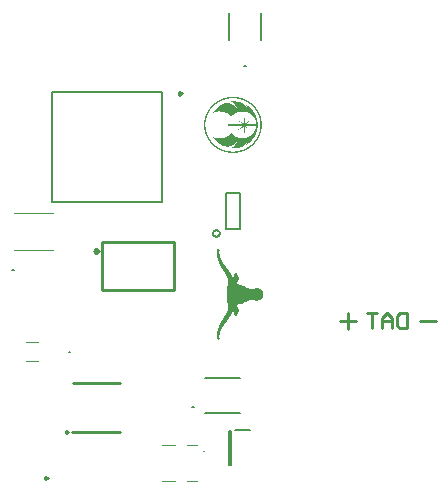
<source format=gbo>
G04*
G04 #@! TF.GenerationSoftware,Altium Limited,Altium Designer,20.0.13 (296)*
G04*
G04 Layer_Color=32896*
%FSLAX25Y25*%
%MOIN*%
G70*
G01*
G75*
%ADD48C,0.01000*%
%ADD94C,0.00500*%
%ADD96C,0.00787*%
%ADD97C,0.00394*%
%ADD154C,0.00984*%
G36*
X593714Y491699D02*
Y492367D01*
X593809D01*
Y492654D01*
X593905D01*
X594000D01*
Y492749D01*
X594095D01*
X594191D01*
X594286D01*
X594382D01*
Y492654D01*
X594477D01*
Y492558D01*
X594573D01*
Y492176D01*
X594477D01*
Y491222D01*
X594573D01*
Y490554D01*
X594668D01*
Y490172D01*
X594763D01*
Y489886D01*
X594859D01*
Y489695D01*
X594954D01*
Y489409D01*
X595050D01*
Y489218D01*
X595145D01*
Y489027D01*
X595241D01*
Y488836D01*
X595336D01*
Y488741D01*
X595431D01*
Y488550D01*
X595527D01*
Y488359D01*
X595622D01*
Y488264D01*
X595718D01*
Y488073D01*
X595813D01*
Y487978D01*
X595909D01*
Y487787D01*
X596004D01*
Y487691D01*
X596099D01*
Y487596D01*
X596195D01*
Y487405D01*
X596290D01*
Y487310D01*
X596386D01*
Y487214D01*
X596481D01*
Y487023D01*
X596577D01*
Y486928D01*
X596672D01*
Y486832D01*
X596767D01*
Y486642D01*
X596863D01*
Y486546D01*
X596958D01*
Y486451D01*
X597054D01*
Y486260D01*
X597149D01*
Y486164D01*
X597245D01*
Y486069D01*
X597340D01*
Y485878D01*
X597435D01*
Y485783D01*
X597531D01*
Y485592D01*
X597626D01*
Y485496D01*
X597722D01*
Y485401D01*
X597817D01*
Y485210D01*
X597913D01*
Y485115D01*
X598008D01*
Y484924D01*
X598103D01*
Y484733D01*
X598199D01*
Y484637D01*
X598294D01*
Y484447D01*
X598390D01*
Y484256D01*
X598485D01*
Y484065D01*
X598581D01*
Y483874D01*
X598676D01*
Y483588D01*
X598771D01*
Y483397D01*
X598867D01*
Y483206D01*
X598962D01*
Y483301D01*
X599058D01*
Y483397D01*
X599153D01*
Y483492D01*
X599249D01*
Y483683D01*
X599344D01*
Y484065D01*
X599439D01*
Y484351D01*
X599535D01*
Y484542D01*
X599630D01*
Y484637D01*
X599726D01*
Y484733D01*
X599821D01*
X599917D01*
X600012D01*
X600107D01*
X600203D01*
Y484637D01*
X600298D01*
Y484542D01*
X600394D01*
Y484351D01*
X600489D01*
Y484160D01*
X600585D01*
Y483874D01*
X600680D01*
Y483683D01*
X600775D01*
Y483397D01*
X600871D01*
Y482538D01*
X600775D01*
Y482156D01*
X600680D01*
Y481870D01*
X600585D01*
Y481679D01*
X600489D01*
Y481488D01*
X600394D01*
Y481297D01*
X600298D01*
Y481107D01*
X600394D01*
Y481011D01*
X600489D01*
X600585D01*
X600680D01*
X600775D01*
X600871D01*
X600966D01*
Y480916D01*
X601062D01*
X601157D01*
X601253D01*
X601348D01*
X601443D01*
Y480820D01*
X601539D01*
X601634D01*
X601730D01*
Y480725D01*
X601825D01*
X601921D01*
X602016D01*
Y480629D01*
X602111D01*
X602207D01*
X602302D01*
Y480534D01*
X602398D01*
X602493D01*
Y480439D01*
X602589D01*
X602684D01*
Y480343D01*
X602779D01*
X602875D01*
Y480248D01*
X602970D01*
X603066D01*
Y480152D01*
X603161D01*
X603257D01*
Y480057D01*
X603352D01*
X603447D01*
Y479961D01*
X603543D01*
X603638D01*
Y479866D01*
X603734D01*
X603829D01*
Y479771D01*
X603925D01*
X604020D01*
Y479675D01*
X604115D01*
X604211D01*
X604306D01*
Y479580D01*
X604402D01*
X604497D01*
X604593D01*
Y479484D01*
X604688D01*
X604783D01*
X604879D01*
X604974D01*
X605070D01*
X605165D01*
Y479389D01*
X605261D01*
X605356D01*
X605451D01*
X605547D01*
Y479484D01*
X605642D01*
X605738D01*
X605833D01*
X605929D01*
Y479580D01*
X606024D01*
X606119D01*
X606215D01*
Y479675D01*
X606310D01*
X606406D01*
X606501D01*
Y479771D01*
X606597D01*
X606692D01*
X606787D01*
X606883D01*
Y479866D01*
X606978D01*
X607074D01*
X607169D01*
Y479771D01*
X607265D01*
X607360D01*
Y479675D01*
X607455D01*
X607551D01*
Y479580D01*
X607646D01*
X607742D01*
X607837D01*
X607933D01*
X608028D01*
Y479484D01*
X608123D01*
X608219D01*
Y479389D01*
X608314D01*
Y479293D01*
X608410D01*
Y479198D01*
X608505D01*
Y479103D01*
X608601D01*
Y479007D01*
X608696D01*
Y478912D01*
X608791D01*
Y478721D01*
X608887D01*
Y478339D01*
X608982D01*
Y476908D01*
X608887D01*
Y476621D01*
X608791D01*
Y476431D01*
X608696D01*
Y476240D01*
X608601D01*
Y476144D01*
X608505D01*
Y476049D01*
X608410D01*
Y475953D01*
X608314D01*
Y475858D01*
X608219D01*
Y475763D01*
X608123D01*
X608028D01*
X607933D01*
Y475667D01*
X607837D01*
X607742D01*
X607646D01*
X607551D01*
X607455D01*
Y475572D01*
X607360D01*
Y475476D01*
X607265D01*
X607169D01*
Y475381D01*
X607074D01*
Y475476D01*
X606978D01*
X606883D01*
X606787D01*
X606692D01*
X606597D01*
Y475572D01*
X606501D01*
X606406D01*
X606310D01*
Y475667D01*
X606215D01*
X606119D01*
X606024D01*
Y475763D01*
X605929D01*
X605833D01*
X605738D01*
X605642D01*
Y475858D01*
X605547D01*
X605451D01*
X605356D01*
X605261D01*
X605165D01*
X605070D01*
X604974D01*
Y475763D01*
X604879D01*
X604783D01*
X604688D01*
X604593D01*
Y475667D01*
X604497D01*
X604402D01*
X604306D01*
Y475572D01*
X604211D01*
X604115D01*
X604020D01*
Y475476D01*
X603925D01*
X603829D01*
Y475381D01*
X603734D01*
X603638D01*
X603543D01*
Y475285D01*
X603447D01*
X603352D01*
Y475190D01*
X603257D01*
X603161D01*
Y475095D01*
X603066D01*
X602970D01*
Y474999D01*
X602875D01*
X602779D01*
Y474904D01*
X602684D01*
X602589D01*
Y474808D01*
X602493D01*
X602398D01*
Y474713D01*
X602302D01*
X602207D01*
Y474617D01*
X602111D01*
X602016D01*
Y474522D01*
X601921D01*
X601825D01*
X601730D01*
Y474427D01*
X601634D01*
X601539D01*
X601443D01*
X601348D01*
Y474331D01*
X601253D01*
X601157D01*
X601062D01*
X600966D01*
X600871D01*
X600775D01*
Y474236D01*
X600680D01*
X600585D01*
X600489D01*
X600394D01*
Y474140D01*
X600298D01*
Y474045D01*
X600394D01*
Y473854D01*
X600489D01*
Y473568D01*
X600585D01*
Y473377D01*
X600680D01*
Y473091D01*
X600775D01*
Y472804D01*
X600871D01*
Y471850D01*
X600775D01*
Y471564D01*
X600680D01*
Y471373D01*
X600585D01*
Y471182D01*
X600489D01*
Y470896D01*
X600394D01*
Y470800D01*
X600298D01*
Y470610D01*
X600203D01*
X600107D01*
Y470514D01*
X600012D01*
X599917D01*
X599821D01*
Y470610D01*
X599726D01*
X599630D01*
Y470705D01*
X599535D01*
Y470896D01*
X599439D01*
Y471278D01*
X599344D01*
Y471564D01*
X599249D01*
Y471755D01*
X599153D01*
Y471850D01*
X599058D01*
Y471945D01*
X598962D01*
Y472041D01*
X598867D01*
Y471945D01*
X598771D01*
Y471659D01*
X598676D01*
Y471468D01*
X598581D01*
Y471182D01*
X598485D01*
Y470991D01*
X598390D01*
Y470800D01*
X598294D01*
Y470705D01*
X598199D01*
Y470514D01*
X598103D01*
Y470323D01*
X598008D01*
Y470228D01*
X597913D01*
Y470037D01*
X597817D01*
Y469942D01*
X597722D01*
Y469751D01*
X597626D01*
Y469655D01*
X597531D01*
Y469464D01*
X597435D01*
Y469369D01*
X597340D01*
Y469274D01*
X597245D01*
Y469083D01*
X597149D01*
Y468987D01*
X597054D01*
Y468892D01*
X596958D01*
Y468701D01*
X596863D01*
Y468606D01*
X596767D01*
Y468510D01*
X596672D01*
Y468319D01*
X596577D01*
Y468224D01*
X596481D01*
Y468128D01*
X596386D01*
Y467938D01*
X596290D01*
Y467842D01*
X596195D01*
Y467747D01*
X596099D01*
Y467556D01*
X596004D01*
Y467460D01*
X595909D01*
Y467270D01*
X595813D01*
Y467174D01*
X595718D01*
Y466983D01*
X595622D01*
Y466888D01*
X595527D01*
Y466697D01*
X595431D01*
Y466602D01*
X595336D01*
Y466411D01*
X595241D01*
Y466220D01*
X595145D01*
Y466029D01*
X595050D01*
Y465838D01*
X594954D01*
Y465647D01*
X594859D01*
Y465361D01*
X594763D01*
Y465075D01*
X594668D01*
Y464693D01*
X594573D01*
Y464025D01*
X594477D01*
Y463071D01*
X594573D01*
Y462689D01*
X594477D01*
Y462594D01*
X594382D01*
X594286D01*
Y462498D01*
X594191D01*
X594095D01*
X594000D01*
Y462594D01*
X593905D01*
Y462689D01*
X593809D01*
Y462880D01*
X593714D01*
Y463548D01*
X593618D01*
Y464216D01*
X593714D01*
Y465075D01*
X593809D01*
Y465552D01*
X593905D01*
Y465934D01*
X594000D01*
Y466220D01*
X594095D01*
Y466506D01*
X594191D01*
Y466792D01*
X594286D01*
Y466983D01*
X594382D01*
Y467174D01*
X594477D01*
Y467460D01*
X594573D01*
Y467651D01*
X594668D01*
Y467842D01*
X594763D01*
Y468033D01*
X594859D01*
Y468224D01*
X594954D01*
Y468319D01*
X595050D01*
Y468510D01*
X595145D01*
Y468701D01*
X595241D01*
Y468892D01*
X595336D01*
Y468987D01*
X595431D01*
Y469178D01*
X595527D01*
Y469369D01*
X595622D01*
Y469464D01*
X595718D01*
Y469655D01*
X595813D01*
Y469846D01*
X595909D01*
Y469942D01*
X596004D01*
Y470132D01*
X596099D01*
Y470323D01*
X596195D01*
Y470419D01*
X596290D01*
Y470610D01*
X596386D01*
Y470800D01*
X596481D01*
Y470896D01*
X596577D01*
Y471087D01*
X596672D01*
Y471278D01*
X596767D01*
Y471373D01*
X596863D01*
Y471564D01*
X596958D01*
Y471755D01*
X597054D01*
Y471945D01*
X597149D01*
Y472232D01*
X597245D01*
Y472613D01*
X597340D01*
Y473281D01*
X597435D01*
Y473854D01*
X597340D01*
Y474427D01*
X597245D01*
Y474713D01*
X597149D01*
Y474999D01*
X597054D01*
Y475095D01*
X596958D01*
Y475381D01*
X596863D01*
Y475572D01*
X596958D01*
Y475858D01*
X596863D01*
Y476240D01*
X596958D01*
Y477099D01*
X596863D01*
Y477480D01*
X596958D01*
Y477767D01*
X596863D01*
Y478148D01*
X596958D01*
Y479007D01*
X596863D01*
Y479484D01*
X596958D01*
Y479771D01*
X596863D01*
Y479866D01*
X596958D01*
Y480152D01*
X597054D01*
Y480343D01*
X597149D01*
Y480534D01*
X597245D01*
Y480820D01*
X597340D01*
Y481488D01*
X597435D01*
Y481965D01*
X597340D01*
Y482633D01*
X597245D01*
Y483015D01*
X597149D01*
Y483301D01*
X597054D01*
Y483492D01*
X596958D01*
Y483683D01*
X596863D01*
Y483874D01*
X596767D01*
Y484065D01*
X596672D01*
Y484160D01*
X596577D01*
Y484351D01*
X596481D01*
Y484542D01*
X596386D01*
Y484637D01*
X596290D01*
Y484828D01*
X596195D01*
Y485019D01*
X596099D01*
Y485115D01*
X596004D01*
Y485306D01*
X595909D01*
Y485401D01*
X595813D01*
Y485592D01*
X595718D01*
Y485783D01*
X595622D01*
Y485974D01*
X595527D01*
Y486069D01*
X595431D01*
Y486260D01*
X595336D01*
Y486451D01*
X595241D01*
Y486546D01*
X595145D01*
Y486737D01*
X595050D01*
Y486928D01*
X594954D01*
Y487119D01*
X594859D01*
Y487310D01*
X594763D01*
Y487405D01*
X594668D01*
Y487596D01*
X594573D01*
Y487882D01*
X594477D01*
Y488073D01*
X594382D01*
Y488264D01*
X594286D01*
Y488550D01*
X594191D01*
Y488741D01*
X594095D01*
Y489027D01*
X594000D01*
Y489409D01*
X593905D01*
Y489791D01*
X593809D01*
Y490268D01*
X593714D01*
Y491031D01*
X593618D01*
Y491699D01*
X593714D01*
D02*
G37*
G36*
X599568Y543487D02*
X600005D01*
Y543455D01*
X600286D01*
Y543424D01*
X600505D01*
Y543393D01*
X600693D01*
Y543362D01*
X600849D01*
Y543330D01*
X601036D01*
Y543299D01*
X601161D01*
Y543268D01*
X601286D01*
Y543237D01*
X601442D01*
Y543205D01*
X601536D01*
Y543174D01*
X601661D01*
Y543143D01*
X601786D01*
Y543112D01*
X601880D01*
Y543081D01*
X601973D01*
Y543049D01*
X602067D01*
Y543018D01*
X602161D01*
Y542987D01*
X602254D01*
Y542956D01*
X602348D01*
Y542924D01*
X602442D01*
Y542893D01*
X602504D01*
Y542862D01*
X602598D01*
Y542831D01*
X602692D01*
Y542799D01*
X602754D01*
Y542768D01*
X602817D01*
Y542737D01*
X602910D01*
Y542706D01*
X602973D01*
Y542674D01*
X603035D01*
Y542643D01*
X603098D01*
Y542612D01*
X603191D01*
Y542581D01*
X603254D01*
Y542550D01*
X603316D01*
Y542518D01*
X603379D01*
Y542487D01*
X603441D01*
Y542456D01*
X603504D01*
Y542425D01*
X603566D01*
Y542393D01*
X603629D01*
Y542362D01*
X603691D01*
Y542331D01*
X603722D01*
Y542300D01*
X603785D01*
Y542268D01*
X603847D01*
Y542237D01*
X603910D01*
Y542206D01*
X603941D01*
Y542175D01*
X604004D01*
Y542143D01*
X604066D01*
Y542112D01*
X604097D01*
Y542081D01*
X604160D01*
Y542050D01*
X604222D01*
Y542019D01*
X604253D01*
Y541987D01*
X604316D01*
Y541956D01*
X604347D01*
Y541925D01*
X604410D01*
Y541894D01*
X604441D01*
Y541862D01*
X604503D01*
Y541831D01*
X604535D01*
Y541800D01*
X604597D01*
Y541769D01*
X604628D01*
Y541737D01*
X604691D01*
Y541706D01*
X604722D01*
Y541675D01*
X604753D01*
Y541644D01*
X604816D01*
Y541612D01*
X604847D01*
Y541581D01*
X604910D01*
Y541550D01*
X604941D01*
Y541519D01*
X604972D01*
Y541488D01*
X605003D01*
Y541456D01*
X605066D01*
Y541425D01*
X605097D01*
Y541394D01*
X605128D01*
Y541362D01*
X605159D01*
Y541331D01*
X605222D01*
Y541300D01*
X605253D01*
Y541269D01*
X605284D01*
Y541238D01*
X605315D01*
Y541206D01*
X605347D01*
Y541175D01*
X605409D01*
Y541144D01*
X605441D01*
Y541113D01*
X605472D01*
Y541081D01*
X605503D01*
Y541050D01*
X605534D01*
Y541019D01*
X605565D01*
Y540988D01*
X605597D01*
Y540956D01*
X605659D01*
Y540925D01*
X605690D01*
Y540894D01*
X605722D01*
Y540863D01*
X605753D01*
Y540832D01*
X605784D01*
Y540800D01*
X605815D01*
Y540769D01*
X605847D01*
Y540738D01*
X605878D01*
Y540707D01*
X605909D01*
Y540675D01*
X605940D01*
Y540644D01*
X605971D01*
Y540613D01*
X606003D01*
Y540582D01*
X606034D01*
Y540550D01*
X606065D01*
Y540519D01*
X606097D01*
Y540488D01*
X606128D01*
Y540457D01*
X606159D01*
Y540394D01*
X606190D01*
Y540363D01*
X606221D01*
Y540332D01*
X606253D01*
Y540301D01*
X606284D01*
Y540269D01*
X606315D01*
Y540238D01*
X606346D01*
Y540207D01*
X606378D01*
Y540175D01*
X606409D01*
Y540113D01*
X606440D01*
Y540082D01*
X606471D01*
Y540051D01*
X606502D01*
Y540019D01*
X606534D01*
Y539988D01*
X606565D01*
Y539926D01*
X606596D01*
Y539894D01*
X606628D01*
Y539863D01*
X606659D01*
Y539832D01*
X606690D01*
Y539769D01*
X606721D01*
Y539738D01*
X606752D01*
Y539707D01*
X606784D01*
Y539644D01*
X606815D01*
Y539613D01*
X606846D01*
Y539582D01*
X606877D01*
Y539520D01*
X606909D01*
Y539488D01*
X606940D01*
Y539457D01*
X606971D01*
Y539395D01*
X607002D01*
Y539363D01*
X607034D01*
Y539301D01*
X607065D01*
Y539270D01*
X607096D01*
Y539207D01*
X607127D01*
Y539176D01*
X607159D01*
Y539114D01*
X607190D01*
Y539082D01*
X607221D01*
Y539020D01*
X607252D01*
Y538957D01*
X607283D01*
Y538926D01*
X607315D01*
Y538864D01*
X607346D01*
Y538801D01*
X607377D01*
Y538770D01*
X607408D01*
Y538707D01*
X607440D01*
Y538645D01*
X607471D01*
Y538582D01*
X607502D01*
Y538551D01*
X607533D01*
Y538489D01*
X607565D01*
Y538426D01*
X607596D01*
Y538364D01*
X607627D01*
Y538301D01*
X607658D01*
Y538239D01*
X607690D01*
Y538176D01*
X607721D01*
Y538114D01*
X607752D01*
Y538051D01*
X607783D01*
Y537989D01*
X607815D01*
Y537895D01*
X607846D01*
Y537833D01*
X607877D01*
Y537770D01*
X607908D01*
Y537708D01*
X607939D01*
Y537614D01*
X607971D01*
Y537552D01*
X608002D01*
Y537458D01*
X608033D01*
Y537364D01*
X608064D01*
Y537302D01*
X608096D01*
Y537208D01*
X608127D01*
Y537114D01*
X608158D01*
Y537021D01*
X608189D01*
Y536927D01*
X608221D01*
Y536833D01*
X608252D01*
Y536739D01*
X608283D01*
Y536615D01*
X608314D01*
Y536490D01*
X608346D01*
Y536365D01*
X608377D01*
Y536240D01*
X608408D01*
Y536115D01*
X608439D01*
Y535959D01*
X608470D01*
Y535802D01*
X608502D01*
Y535615D01*
X608533D01*
Y535396D01*
X608564D01*
Y535115D01*
X608595D01*
Y534709D01*
X608627D01*
Y533647D01*
X608595D01*
Y533241D01*
X608564D01*
Y532960D01*
X608533D01*
Y532741D01*
X608502D01*
Y532585D01*
X608470D01*
Y532398D01*
X608439D01*
Y532241D01*
X608408D01*
Y532116D01*
X608377D01*
Y531991D01*
X608346D01*
Y531867D01*
X608314D01*
Y531742D01*
X608283D01*
Y531648D01*
X608252D01*
Y531523D01*
X608221D01*
Y531429D01*
X608189D01*
Y531335D01*
X608158D01*
Y531242D01*
X608127D01*
Y531148D01*
X608096D01*
Y531054D01*
X608064D01*
Y530992D01*
X608033D01*
Y530898D01*
X608002D01*
Y530836D01*
X607971D01*
Y530742D01*
X607939D01*
Y530680D01*
X607908D01*
Y530586D01*
X607877D01*
Y530523D01*
X607846D01*
Y530461D01*
X607815D01*
Y530398D01*
X607783D01*
Y530305D01*
X607752D01*
Y530242D01*
X607721D01*
Y530180D01*
X607690D01*
Y530117D01*
X607658D01*
Y530055D01*
X607627D01*
Y529992D01*
X607596D01*
Y529930D01*
X607565D01*
Y529867D01*
X607533D01*
Y529836D01*
X607502D01*
Y529774D01*
X607471D01*
Y529711D01*
X607440D01*
Y529649D01*
X607408D01*
Y529618D01*
X607377D01*
Y529555D01*
X607346D01*
Y529493D01*
X607315D01*
Y529430D01*
X607283D01*
Y529399D01*
X607252D01*
Y529336D01*
X607221D01*
Y529305D01*
X607190D01*
Y529243D01*
X607159D01*
Y529180D01*
X607127D01*
Y529149D01*
X607096D01*
Y529086D01*
X607065D01*
Y529055D01*
X607034D01*
Y529024D01*
X607002D01*
Y528962D01*
X606971D01*
Y528930D01*
X606940D01*
Y528868D01*
X606909D01*
Y528836D01*
X606877D01*
Y528774D01*
X606846D01*
Y528743D01*
X606815D01*
Y528712D01*
X606784D01*
Y528649D01*
X606752D01*
Y528618D01*
X606721D01*
Y528587D01*
X606690D01*
Y528555D01*
X606659D01*
Y528493D01*
X606628D01*
Y528462D01*
X606596D01*
Y528431D01*
X606565D01*
Y528368D01*
X606534D01*
Y528337D01*
X606502D01*
Y528305D01*
X606471D01*
Y528274D01*
X606440D01*
Y528243D01*
X606409D01*
Y528212D01*
X606378D01*
Y528149D01*
X606346D01*
Y528118D01*
X606315D01*
Y528087D01*
X606284D01*
Y528056D01*
X606253D01*
Y528024D01*
X606221D01*
Y527993D01*
X606190D01*
Y527962D01*
X606159D01*
Y527931D01*
X606128D01*
Y527899D01*
X606097D01*
Y527868D01*
X606065D01*
Y527806D01*
X606034D01*
Y527774D01*
X606003D01*
Y527743D01*
X605971D01*
Y527712D01*
X605940D01*
Y527681D01*
X605909D01*
Y527649D01*
X605878D01*
Y527618D01*
X605847D01*
Y527587D01*
X605815D01*
Y527556D01*
X605784D01*
Y527525D01*
X605753D01*
Y527493D01*
X605690D01*
Y527462D01*
X605659D01*
Y527431D01*
X605628D01*
Y527400D01*
X605597D01*
Y527368D01*
X605565D01*
Y527337D01*
X605534D01*
Y527306D01*
X605503D01*
Y527275D01*
X605472D01*
Y527244D01*
X605441D01*
Y527212D01*
X605378D01*
Y527181D01*
X605347D01*
Y527150D01*
X605315D01*
Y527118D01*
X605284D01*
Y527087D01*
X605253D01*
Y527056D01*
X605222D01*
Y527025D01*
X605159D01*
Y526994D01*
X605128D01*
Y526962D01*
X605097D01*
Y526931D01*
X605066D01*
Y526900D01*
X605003D01*
Y526869D01*
X604972D01*
Y526837D01*
X604941D01*
Y526806D01*
X604878D01*
Y526775D01*
X604847D01*
Y526744D01*
X604816D01*
Y526712D01*
X604753D01*
Y526681D01*
X604722D01*
Y526650D01*
X604691D01*
Y526619D01*
X604628D01*
Y526587D01*
X604597D01*
Y526556D01*
X604535D01*
Y526525D01*
X604503D01*
Y526494D01*
X604441D01*
Y526463D01*
X604410D01*
Y526431D01*
X604347D01*
Y526400D01*
X604316D01*
Y526369D01*
X604253D01*
Y526338D01*
X604222D01*
Y526306D01*
X604160D01*
Y526275D01*
X604097D01*
Y526244D01*
X604066D01*
Y526213D01*
X604004D01*
Y526181D01*
X603941D01*
Y526150D01*
X603879D01*
Y526119D01*
X603847D01*
Y526088D01*
X603785D01*
Y526056D01*
X603722D01*
Y526025D01*
X603660D01*
Y525994D01*
X603597D01*
Y525963D01*
X603566D01*
Y525932D01*
X603504D01*
Y525900D01*
X603441D01*
Y525869D01*
X603379D01*
Y525838D01*
X603316D01*
Y525807D01*
X603223D01*
Y525775D01*
X603160D01*
Y525744D01*
X603098D01*
Y525713D01*
X603035D01*
Y525682D01*
X602973D01*
Y525650D01*
X602879D01*
Y525619D01*
X602817D01*
Y525588D01*
X602754D01*
Y525557D01*
X602660D01*
Y525525D01*
X602598D01*
Y525494D01*
X602504D01*
Y525463D01*
X602411D01*
Y525432D01*
X602348D01*
Y525400D01*
X602254D01*
Y525369D01*
X602161D01*
Y525338D01*
X602067D01*
Y525307D01*
X601973D01*
Y525276D01*
X601880D01*
Y525244D01*
X601755D01*
Y525213D01*
X601661D01*
Y525182D01*
X601536D01*
Y525151D01*
X601411D01*
Y525119D01*
X601286D01*
Y525088D01*
X601161D01*
Y525057D01*
X601005D01*
Y525026D01*
X600849D01*
Y524994D01*
X600661D01*
Y524963D01*
X600474D01*
Y524932D01*
X600255D01*
Y524901D01*
X599974D01*
Y524869D01*
X599537D01*
Y524838D01*
X598443D01*
Y524869D01*
X598037D01*
Y524901D01*
X597725D01*
Y524932D01*
X597506D01*
Y524963D01*
X597319D01*
Y524994D01*
X597131D01*
Y525026D01*
X596975D01*
Y525057D01*
X596850D01*
Y525088D01*
X596694D01*
Y525119D01*
X596569D01*
Y525151D01*
X596444D01*
Y525182D01*
X596351D01*
Y525213D01*
X596226D01*
Y525244D01*
X596132D01*
Y525276D01*
X596007D01*
Y525307D01*
X595913D01*
Y525338D01*
X595820D01*
Y525369D01*
X595726D01*
Y525400D01*
X595632D01*
Y525432D01*
X595570D01*
Y525463D01*
X595476D01*
Y525494D01*
X595413D01*
Y525525D01*
X595320D01*
Y525557D01*
X595226D01*
Y525588D01*
X595164D01*
Y525619D01*
X595101D01*
Y525650D01*
X595007D01*
Y525682D01*
X594945D01*
Y525713D01*
X594882D01*
Y525744D01*
X594820D01*
Y525775D01*
X594758D01*
Y525807D01*
X594695D01*
Y525838D01*
X594632D01*
Y525869D01*
X594570D01*
Y525900D01*
X594508D01*
Y525932D01*
X594445D01*
Y525963D01*
X594383D01*
Y525994D01*
X594320D01*
Y526025D01*
X594258D01*
Y526056D01*
X594195D01*
Y526088D01*
X594133D01*
Y526119D01*
X594101D01*
Y526150D01*
X594039D01*
Y526181D01*
X593977D01*
Y526213D01*
X593945D01*
Y526244D01*
X593883D01*
Y526275D01*
X593820D01*
Y526306D01*
X593789D01*
Y526338D01*
X593727D01*
Y526369D01*
X593695D01*
Y526400D01*
X593633D01*
Y526431D01*
X593571D01*
Y526463D01*
X593539D01*
Y526494D01*
X593477D01*
Y526525D01*
X593445D01*
Y526556D01*
X593414D01*
Y526587D01*
X593352D01*
Y526619D01*
X593321D01*
Y526650D01*
X593258D01*
Y526681D01*
X593227D01*
Y526712D01*
X593196D01*
Y526744D01*
X593133D01*
Y526775D01*
X593102D01*
Y526806D01*
X593071D01*
Y526837D01*
X593008D01*
Y526869D01*
X592977D01*
Y526900D01*
X592946D01*
Y526931D01*
X592883D01*
Y526962D01*
X592852D01*
Y526994D01*
X592821D01*
Y527025D01*
X592790D01*
Y527056D01*
X592727D01*
Y527087D01*
X592696D01*
Y527118D01*
X592665D01*
Y527150D01*
X592633D01*
Y527181D01*
X592602D01*
Y527212D01*
X592571D01*
Y527244D01*
X592508D01*
Y527275D01*
X592477D01*
Y527306D01*
X592446D01*
Y527337D01*
X592415D01*
Y527368D01*
X592383D01*
Y527400D01*
X592352D01*
Y527431D01*
X592321D01*
Y527462D01*
X592290D01*
Y527493D01*
X592259D01*
Y527525D01*
X592227D01*
Y527556D01*
X592196D01*
Y527587D01*
X592165D01*
Y527618D01*
X592134D01*
Y527649D01*
X592102D01*
Y527681D01*
X592071D01*
Y527712D01*
X592040D01*
Y527743D01*
X592009D01*
Y527774D01*
X591977D01*
Y527806D01*
X591946D01*
Y527837D01*
X591915D01*
Y527868D01*
X591884D01*
Y527899D01*
X591852D01*
Y527931D01*
X591821D01*
Y527962D01*
X591790D01*
Y527993D01*
X591759D01*
Y528024D01*
X591727D01*
Y528056D01*
X591696D01*
Y528087D01*
X591665D01*
Y528118D01*
X591634D01*
Y528181D01*
X591603D01*
Y528212D01*
X591571D01*
Y528243D01*
X591540D01*
Y528274D01*
X591509D01*
Y528305D01*
X591478D01*
Y528368D01*
X591446D01*
Y528399D01*
X591415D01*
Y528431D01*
X591384D01*
Y528462D01*
X591353D01*
Y528493D01*
X591321D01*
Y528555D01*
X591290D01*
Y528587D01*
X591259D01*
Y528618D01*
X591228D01*
Y528680D01*
X591196D01*
Y528712D01*
X591165D01*
Y528743D01*
X591134D01*
Y528805D01*
X591103D01*
Y528836D01*
X591072D01*
Y528868D01*
X591040D01*
Y528930D01*
X591009D01*
Y528962D01*
X590978D01*
Y529024D01*
X590947D01*
Y529055D01*
X590915D01*
Y529118D01*
X590884D01*
Y529149D01*
X590853D01*
Y529211D01*
X590822D01*
Y529243D01*
X590790D01*
Y529305D01*
X590759D01*
Y529336D01*
X590728D01*
Y529399D01*
X590697D01*
Y529461D01*
X590665D01*
Y529493D01*
X590634D01*
Y529555D01*
X590603D01*
Y529618D01*
X590572D01*
Y529680D01*
X590541D01*
Y529711D01*
X590509D01*
Y529774D01*
X590478D01*
Y529836D01*
X590447D01*
Y529899D01*
X590415D01*
Y529961D01*
X590384D01*
Y530023D01*
X590353D01*
Y530086D01*
X590322D01*
Y530149D01*
X590291D01*
Y530211D01*
X590259D01*
Y530273D01*
X590228D01*
Y530336D01*
X590197D01*
Y530398D01*
X590166D01*
Y530461D01*
X590134D01*
Y530523D01*
X590103D01*
Y530617D01*
X590072D01*
Y530680D01*
X590041D01*
Y530773D01*
X590009D01*
Y530836D01*
X589978D01*
Y530929D01*
X589947D01*
Y530992D01*
X589916D01*
Y531086D01*
X589885D01*
Y531179D01*
X589853D01*
Y531273D01*
X589822D01*
Y531367D01*
X589791D01*
Y531460D01*
X589760D01*
Y531554D01*
X589728D01*
Y531648D01*
X589697D01*
Y531773D01*
X589666D01*
Y531898D01*
X589635D01*
Y532023D01*
X589603D01*
Y532148D01*
X589572D01*
Y532273D01*
X589541D01*
Y532429D01*
X589510D01*
Y532616D01*
X589478D01*
Y532804D01*
X589447D01*
Y533022D01*
X589416D01*
Y533303D01*
X589385D01*
Y533741D01*
X589354D01*
Y534615D01*
X589385D01*
Y535053D01*
X589416D01*
Y535334D01*
X589447D01*
Y535584D01*
X589478D01*
Y535740D01*
X589510D01*
Y535927D01*
X589541D01*
Y536084D01*
X589572D01*
Y536208D01*
X589603D01*
Y536365D01*
X589635D01*
Y536490D01*
X589666D01*
Y536583D01*
X589697D01*
Y536708D01*
X589728D01*
Y536802D01*
X589760D01*
Y536896D01*
X589791D01*
Y537021D01*
X589822D01*
Y537114D01*
X589853D01*
Y537208D01*
X589885D01*
Y537270D01*
X589916D01*
Y537364D01*
X589947D01*
Y537458D01*
X589978D01*
Y537520D01*
X590009D01*
Y537614D01*
X590041D01*
Y537677D01*
X590072D01*
Y537739D01*
X590103D01*
Y537833D01*
X590134D01*
Y537895D01*
X590166D01*
Y537958D01*
X590197D01*
Y538020D01*
X590228D01*
Y538083D01*
X590259D01*
Y538176D01*
X590291D01*
Y538239D01*
X590322D01*
Y538301D01*
X590353D01*
Y538364D01*
X590384D01*
Y538426D01*
X590415D01*
Y538457D01*
X590447D01*
Y538520D01*
X590478D01*
Y538582D01*
X590509D01*
Y538645D01*
X590541D01*
Y538707D01*
X590572D01*
Y538739D01*
X590603D01*
Y538801D01*
X590634D01*
Y538864D01*
X590665D01*
Y538895D01*
X590697D01*
Y538957D01*
X590728D01*
Y539020D01*
X590759D01*
Y539051D01*
X590790D01*
Y539114D01*
X590822D01*
Y539145D01*
X590853D01*
Y539207D01*
X590884D01*
Y539238D01*
X590915D01*
Y539301D01*
X590947D01*
Y539332D01*
X590978D01*
Y539395D01*
X591009D01*
Y539426D01*
X591040D01*
Y539488D01*
X591072D01*
Y539520D01*
X591103D01*
Y539551D01*
X591134D01*
Y539613D01*
X591165D01*
Y539644D01*
X591196D01*
Y539676D01*
X591228D01*
Y539738D01*
X591259D01*
Y539769D01*
X591290D01*
Y539801D01*
X591321D01*
Y539863D01*
X591353D01*
Y539894D01*
X591384D01*
Y539926D01*
X591415D01*
Y539957D01*
X591446D01*
Y540019D01*
X591478D01*
Y540051D01*
X591509D01*
Y540082D01*
X591540D01*
Y540113D01*
X591571D01*
Y540144D01*
X591603D01*
Y540207D01*
X591634D01*
Y540238D01*
X591665D01*
Y540269D01*
X591696D01*
Y540301D01*
X591727D01*
Y540332D01*
X591759D01*
Y540363D01*
X591790D01*
Y540394D01*
X591821D01*
Y540425D01*
X591852D01*
Y540457D01*
X591884D01*
Y540488D01*
X591915D01*
Y540550D01*
X591946D01*
Y540582D01*
X591977D01*
Y540613D01*
X592009D01*
Y540644D01*
X592040D01*
Y540675D01*
X592071D01*
Y540707D01*
X592102D01*
Y540738D01*
X592134D01*
Y540769D01*
X592165D01*
Y540800D01*
X592196D01*
Y540832D01*
X592259D01*
Y540863D01*
X592290D01*
Y540894D01*
X592321D01*
Y540925D01*
X592352D01*
Y540956D01*
X592383D01*
Y540988D01*
X592415D01*
Y541019D01*
X592446D01*
Y541050D01*
X592477D01*
Y541081D01*
X592508D01*
Y541113D01*
X592540D01*
Y541144D01*
X592602D01*
Y541175D01*
X592633D01*
Y541206D01*
X592665D01*
Y541238D01*
X592696D01*
Y541269D01*
X592727D01*
Y541300D01*
X592790D01*
Y541331D01*
X592821D01*
Y541362D01*
X592852D01*
Y541394D01*
X592883D01*
Y541425D01*
X592914D01*
Y541456D01*
X592977D01*
Y541488D01*
X593008D01*
Y541519D01*
X593039D01*
Y541550D01*
X593102D01*
Y541581D01*
X593133D01*
Y541612D01*
X593164D01*
Y541644D01*
X593227D01*
Y541675D01*
X593258D01*
Y541706D01*
X593321D01*
Y541737D01*
X593352D01*
Y541769D01*
X593383D01*
Y541800D01*
X593445D01*
Y541831D01*
X593477D01*
Y541862D01*
X593539D01*
Y541894D01*
X593571D01*
Y541925D01*
X593633D01*
Y541956D01*
X593664D01*
Y541987D01*
X593727D01*
Y542019D01*
X593758D01*
Y542050D01*
X593820D01*
Y542081D01*
X593883D01*
Y542112D01*
X593914D01*
Y542143D01*
X593977D01*
Y542175D01*
X594039D01*
Y542206D01*
X594070D01*
Y542237D01*
X594133D01*
Y542268D01*
X594195D01*
Y542300D01*
X594258D01*
Y542331D01*
X594320D01*
Y542362D01*
X594383D01*
Y542393D01*
X594414D01*
Y542425D01*
X594476D01*
Y542456D01*
X594539D01*
Y542487D01*
X594601D01*
Y542518D01*
X594664D01*
Y542550D01*
X594726D01*
Y542581D01*
X594820D01*
Y542612D01*
X594882D01*
Y542643D01*
X594945D01*
Y542674D01*
X595007D01*
Y542706D01*
X595070D01*
Y542737D01*
X595164D01*
Y542768D01*
X595226D01*
Y542799D01*
X595320D01*
Y542831D01*
X595382D01*
Y542862D01*
X595476D01*
Y542893D01*
X595538D01*
Y542924D01*
X595632D01*
Y542956D01*
X595726D01*
Y542987D01*
X595820D01*
Y543018D01*
X595913D01*
Y543049D01*
X596007D01*
Y543081D01*
X596101D01*
Y543112D01*
X596226D01*
Y543143D01*
X596319D01*
Y543174D01*
X596444D01*
Y543205D01*
X596569D01*
Y543237D01*
X596694D01*
Y543268D01*
X596819D01*
Y543299D01*
X596975D01*
Y543330D01*
X597131D01*
Y543362D01*
X597288D01*
Y543393D01*
X597475D01*
Y543424D01*
X597725D01*
Y543455D01*
X598006D01*
Y543487D01*
X598412D01*
Y543518D01*
X599568D01*
Y543487D01*
D02*
G37*
%LPC*%
G36*
X599068Y543081D02*
X598943D01*
Y543049D01*
X598194D01*
Y543018D01*
X597912D01*
Y542987D01*
X597662D01*
Y542956D01*
X597444D01*
Y542924D01*
X597288D01*
Y542893D01*
X597100D01*
Y542862D01*
X596944D01*
Y542831D01*
X596819D01*
Y542799D01*
X596694D01*
Y542768D01*
X596569D01*
Y542737D01*
X596444D01*
Y542706D01*
X596351D01*
Y542674D01*
X596257D01*
Y542643D01*
X596132D01*
Y542612D01*
X596038D01*
Y542581D01*
X595944D01*
Y542550D01*
X595851D01*
Y542518D01*
X595788D01*
Y542487D01*
X595695D01*
Y542456D01*
X595601D01*
Y542425D01*
X595538D01*
Y542393D01*
X595445D01*
Y542362D01*
X595382D01*
Y542331D01*
X595289D01*
Y542300D01*
X595226D01*
Y542268D01*
X595164D01*
Y542237D01*
X595101D01*
Y542206D01*
X595007D01*
Y542175D01*
X594945D01*
Y542143D01*
X594882D01*
Y542112D01*
X594820D01*
Y542081D01*
X594758D01*
Y542050D01*
X594695D01*
Y542019D01*
X594632D01*
Y541987D01*
X594570D01*
Y541956D01*
X594539D01*
Y541925D01*
X594476D01*
Y541894D01*
X594414D01*
Y541862D01*
X594351D01*
Y541831D01*
X594289D01*
Y541800D01*
X594258D01*
Y541769D01*
X594195D01*
Y541737D01*
X594133D01*
Y541706D01*
X594101D01*
Y541675D01*
X594039D01*
Y541644D01*
X594008D01*
Y541612D01*
X593945D01*
Y541581D01*
X593883D01*
Y541550D01*
X593852D01*
Y541519D01*
X593789D01*
Y541488D01*
X593758D01*
Y541456D01*
X593695D01*
Y541425D01*
X593664D01*
Y541394D01*
X593633D01*
Y541362D01*
X593571D01*
Y541331D01*
X593539D01*
Y541300D01*
X593477D01*
Y541269D01*
X593445D01*
Y541238D01*
X593414D01*
Y541206D01*
X593352D01*
Y541175D01*
X593321D01*
Y541144D01*
X593289D01*
Y541113D01*
X593227D01*
Y541081D01*
X593196D01*
Y541050D01*
X593164D01*
Y541019D01*
X593133D01*
Y540988D01*
X593071D01*
Y540956D01*
X593039D01*
Y540925D01*
X593008D01*
Y540894D01*
X592977D01*
Y540863D01*
X592946D01*
Y540832D01*
X592883D01*
Y540800D01*
X592852D01*
Y540769D01*
X592821D01*
Y540738D01*
X592790D01*
Y540707D01*
X592758D01*
Y540675D01*
X592727D01*
Y540644D01*
X592696D01*
Y540613D01*
X592665D01*
Y540582D01*
X592633D01*
Y540550D01*
X592602D01*
Y540519D01*
X592571D01*
Y540488D01*
X592508D01*
Y540457D01*
X592477D01*
Y540425D01*
X592446D01*
Y540394D01*
X592415D01*
Y540363D01*
X592383D01*
Y540332D01*
X592352D01*
Y540301D01*
X592321D01*
Y540269D01*
X592290D01*
Y540238D01*
X592259D01*
Y540175D01*
X592227D01*
Y540144D01*
X592196D01*
Y540113D01*
X592165D01*
Y540082D01*
X592134D01*
Y540051D01*
X592102D01*
Y540019D01*
X592071D01*
Y539988D01*
X592040D01*
Y539957D01*
X592009D01*
Y539926D01*
X591977D01*
Y539894D01*
X591946D01*
Y539832D01*
X591915D01*
Y539801D01*
X591884D01*
Y539769D01*
X591852D01*
Y539738D01*
X591821D01*
Y539707D01*
X591790D01*
Y539644D01*
X591759D01*
Y539613D01*
X591727D01*
Y539582D01*
X591696D01*
Y539551D01*
X591665D01*
Y539488D01*
X591634D01*
Y539457D01*
X591603D01*
Y539426D01*
X591571D01*
Y539363D01*
X591540D01*
Y539332D01*
X591509D01*
Y539301D01*
X591478D01*
Y539238D01*
X591446D01*
Y539207D01*
X591415D01*
Y539145D01*
X591384D01*
Y539114D01*
X591353D01*
Y539051D01*
X591321D01*
Y539020D01*
X591290D01*
Y538988D01*
X591259D01*
Y538926D01*
X591228D01*
Y538864D01*
X591196D01*
Y538832D01*
X591165D01*
Y538770D01*
X591134D01*
Y538739D01*
X591103D01*
Y538676D01*
X591072D01*
Y538614D01*
X591040D01*
Y538582D01*
X591009D01*
Y538520D01*
X590978D01*
Y538457D01*
X590947D01*
Y538426D01*
X590915D01*
Y538364D01*
X590884D01*
Y538301D01*
X590853D01*
Y538239D01*
X590822D01*
Y538176D01*
X590790D01*
Y538114D01*
X590759D01*
Y538051D01*
X590728D01*
Y537989D01*
X590697D01*
Y537926D01*
X590665D01*
Y537864D01*
X590634D01*
Y537802D01*
X590603D01*
Y537739D01*
X590572D01*
Y537645D01*
X590541D01*
Y537583D01*
X590509D01*
Y537520D01*
X590478D01*
Y537427D01*
X590447D01*
Y537364D01*
X590415D01*
Y537270D01*
X590384D01*
Y537208D01*
X590353D01*
Y537114D01*
X590322D01*
Y537021D01*
X590291D01*
Y536927D01*
X590259D01*
Y536833D01*
X590228D01*
Y536739D01*
X590197D01*
Y536646D01*
X590166D01*
Y536521D01*
X590134D01*
Y536427D01*
X590103D01*
Y536271D01*
X590072D01*
Y536146D01*
X590041D01*
Y536021D01*
X590009D01*
Y535865D01*
X589978D01*
Y535709D01*
X589947D01*
Y535521D01*
X589916D01*
Y535303D01*
X589885D01*
Y534990D01*
X589853D01*
Y534584D01*
X589822D01*
Y533772D01*
X589853D01*
Y533366D01*
X589885D01*
Y533053D01*
X589916D01*
Y532835D01*
X589947D01*
Y532679D01*
X589978D01*
Y532491D01*
X590009D01*
Y532335D01*
X590041D01*
Y532210D01*
X590072D01*
Y532085D01*
X590103D01*
Y531960D01*
X590134D01*
Y531835D01*
X590166D01*
Y531742D01*
X590197D01*
Y531617D01*
X590228D01*
Y531523D01*
X590259D01*
Y531429D01*
X590291D01*
Y531335D01*
X590322D01*
Y531242D01*
X590353D01*
Y531179D01*
X590384D01*
Y531086D01*
X590415D01*
Y530992D01*
X590447D01*
Y530929D01*
X590478D01*
Y530836D01*
X590509D01*
Y530773D01*
X590541D01*
Y530711D01*
X590572D01*
Y530648D01*
X590603D01*
Y530555D01*
X590634D01*
Y530492D01*
X590665D01*
Y530430D01*
X590697D01*
Y530367D01*
X590728D01*
Y530305D01*
X590759D01*
Y530242D01*
X590790D01*
Y530180D01*
X590822D01*
Y530117D01*
X590853D01*
Y530055D01*
X590884D01*
Y529992D01*
X590915D01*
Y529961D01*
X590947D01*
Y529899D01*
X590978D01*
Y529836D01*
X591009D01*
Y529774D01*
X591040D01*
Y529742D01*
X591072D01*
Y529680D01*
X591103D01*
Y529618D01*
X591134D01*
Y529586D01*
X591165D01*
Y529524D01*
X591196D01*
Y529493D01*
X591228D01*
Y529430D01*
X591259D01*
Y529399D01*
X591290D01*
Y529336D01*
X591321D01*
Y529305D01*
X591353D01*
Y529243D01*
X591384D01*
Y529211D01*
X591415D01*
Y529149D01*
X591446D01*
Y529118D01*
X591478D01*
Y529086D01*
X591509D01*
Y529024D01*
X591540D01*
Y528993D01*
X591571D01*
Y528930D01*
X591603D01*
Y528899D01*
X591634D01*
Y528868D01*
X591665D01*
Y528836D01*
X591696D01*
Y528774D01*
X591727D01*
Y528743D01*
X591759D01*
Y528712D01*
X591790D01*
Y528680D01*
X591821D01*
Y528618D01*
X591852D01*
Y528587D01*
X591884D01*
Y528555D01*
X591915D01*
Y528524D01*
X591946D01*
Y528493D01*
X591977D01*
Y528431D01*
X592009D01*
Y528399D01*
X592040D01*
Y528368D01*
X592071D01*
Y528337D01*
X592102D01*
Y528305D01*
X592134D01*
Y528274D01*
X592165D01*
Y528243D01*
X592196D01*
Y528212D01*
X592227D01*
Y528181D01*
X592259D01*
Y528149D01*
X592290D01*
Y528118D01*
X592321D01*
Y528087D01*
X592352D01*
Y528056D01*
X592383D01*
Y527993D01*
X592446D01*
Y527962D01*
X592477D01*
Y527899D01*
X592540D01*
Y527868D01*
X592571D01*
Y527837D01*
X592602D01*
Y527806D01*
X592633D01*
Y527774D01*
X592665D01*
Y527743D01*
X592696D01*
Y527712D01*
X592727D01*
Y527681D01*
X592758D01*
Y527649D01*
X592790D01*
Y527618D01*
X592821D01*
Y527587D01*
X592852D01*
Y527556D01*
X592914D01*
Y527525D01*
X592946D01*
Y527493D01*
X592977D01*
Y527462D01*
X593008D01*
Y527431D01*
X593039D01*
Y527400D01*
X593102D01*
Y527368D01*
X593133D01*
Y527337D01*
X593164D01*
Y527306D01*
X593196D01*
Y527275D01*
X593258D01*
Y527244D01*
X593289D01*
Y527212D01*
X593321D01*
Y527181D01*
X593352D01*
Y527150D01*
X593414D01*
Y527118D01*
X593445D01*
Y527087D01*
X593508D01*
Y527056D01*
X593539D01*
Y527025D01*
X593571D01*
Y526994D01*
X593633D01*
Y526962D01*
X593664D01*
Y526931D01*
X593727D01*
Y526900D01*
X593758D01*
Y526869D01*
X593820D01*
Y526837D01*
X593852D01*
Y526806D01*
X593914D01*
Y526775D01*
X593945D01*
Y526744D01*
X594008D01*
Y526712D01*
X594039D01*
Y526681D01*
X594101D01*
Y526650D01*
X594164D01*
Y526619D01*
X594195D01*
Y526587D01*
X594258D01*
Y526556D01*
X594320D01*
Y526525D01*
X594351D01*
Y526494D01*
X594414D01*
Y526463D01*
X594476D01*
Y526431D01*
X594539D01*
Y526400D01*
X594601D01*
Y526369D01*
X594664D01*
Y526338D01*
X594726D01*
Y526306D01*
X594758D01*
Y526275D01*
X594820D01*
Y526244D01*
X594914D01*
Y526213D01*
X594976D01*
Y526181D01*
X595039D01*
Y526150D01*
X595101D01*
Y526119D01*
X595164D01*
Y526088D01*
X595226D01*
Y526056D01*
X595320D01*
Y526025D01*
X595382D01*
Y525994D01*
X595476D01*
Y525963D01*
X595538D01*
Y525932D01*
X595632D01*
Y525900D01*
X595695D01*
Y525869D01*
X595788D01*
Y525838D01*
X595882D01*
Y525807D01*
X595976D01*
Y525775D01*
X596069D01*
Y525744D01*
X596163D01*
Y525713D01*
X596257D01*
Y525682D01*
X596351D01*
Y525650D01*
X596476D01*
Y525619D01*
X596600D01*
Y525588D01*
X596694D01*
Y525557D01*
X596850D01*
Y525525D01*
X596975D01*
Y525494D01*
X597131D01*
Y525463D01*
X597288D01*
Y525432D01*
X597475D01*
Y525400D01*
X597694D01*
Y525369D01*
X597944D01*
Y525338D01*
X598225D01*
Y525307D01*
X599755D01*
Y525338D01*
X600068D01*
Y525369D01*
X600318D01*
Y525400D01*
X600505D01*
Y525432D01*
X600693D01*
Y525463D01*
X600849D01*
Y525494D01*
X601005D01*
Y525525D01*
X601161D01*
Y525557D01*
X601286D01*
Y525588D01*
X601411D01*
Y525619D01*
X601505D01*
Y525650D01*
X601630D01*
Y525682D01*
X601723D01*
Y525713D01*
X601817D01*
Y525744D01*
X601942D01*
Y525775D01*
X602036D01*
Y525807D01*
X602098D01*
Y525838D01*
X602192D01*
Y525869D01*
X602286D01*
Y525900D01*
X602379D01*
Y525932D01*
X602442D01*
Y525963D01*
X602535D01*
Y525994D01*
X602598D01*
Y526025D01*
X602660D01*
Y526056D01*
X602754D01*
Y526088D01*
X602817D01*
Y526119D01*
X602879D01*
Y526150D01*
X602942D01*
Y526181D01*
X603035D01*
Y526213D01*
X603098D01*
Y526244D01*
X603160D01*
Y526275D01*
X603223D01*
Y526306D01*
X603285D01*
Y526338D01*
X603348D01*
Y526369D01*
X603379D01*
Y526400D01*
X603441D01*
Y526431D01*
X603504D01*
Y526463D01*
X603566D01*
Y526494D01*
X603629D01*
Y526525D01*
X603691D01*
Y526556D01*
X603722D01*
Y526587D01*
X603785D01*
Y526619D01*
X603847D01*
Y526650D01*
X603879D01*
Y526681D01*
X603941D01*
Y526712D01*
X603972D01*
Y526744D01*
X604035D01*
Y526775D01*
X604097D01*
Y526806D01*
X604129D01*
Y526837D01*
X604191D01*
Y526869D01*
X604222D01*
Y526900D01*
X604285D01*
Y526931D01*
X604316D01*
Y526962D01*
X604347D01*
Y526994D01*
X604410D01*
Y527025D01*
X604441D01*
Y527056D01*
X604503D01*
Y527087D01*
X604535D01*
Y527118D01*
X604566D01*
Y527150D01*
X604628D01*
Y527181D01*
X604660D01*
Y527212D01*
X604691D01*
Y527244D01*
X604753D01*
Y527275D01*
X604784D01*
Y527306D01*
X604816D01*
Y527337D01*
X604847D01*
Y527368D01*
X604910D01*
Y527400D01*
X604941D01*
Y527431D01*
X604972D01*
Y527462D01*
X605003D01*
Y527493D01*
X605034D01*
Y527525D01*
X605097D01*
Y527556D01*
X605128D01*
Y527587D01*
X605159D01*
Y527618D01*
X605191D01*
Y527649D01*
X605222D01*
Y527681D01*
X605253D01*
Y527712D01*
X605284D01*
Y527743D01*
X605315D01*
Y527774D01*
X605347D01*
Y527806D01*
X605409D01*
Y527837D01*
X605441D01*
Y527868D01*
X605472D01*
Y527899D01*
X605503D01*
Y527931D01*
X605534D01*
Y527962D01*
X605565D01*
Y527993D01*
X605597D01*
Y528024D01*
X605628D01*
Y528056D01*
X605659D01*
Y528087D01*
X605690D01*
Y528118D01*
X605722D01*
Y528149D01*
X605753D01*
Y528181D01*
X605784D01*
Y528243D01*
X605815D01*
Y528274D01*
X605847D01*
Y528305D01*
X605878D01*
Y528337D01*
X605909D01*
Y528368D01*
X605940D01*
Y528399D01*
X605971D01*
Y528431D01*
X606003D01*
Y528462D01*
X606034D01*
Y528524D01*
X606065D01*
Y528555D01*
X606097D01*
Y528587D01*
X606128D01*
Y528618D01*
X606159D01*
Y528649D01*
X606190D01*
Y528712D01*
X606221D01*
Y528743D01*
X606253D01*
Y528774D01*
X606284D01*
Y528805D01*
X606315D01*
Y528868D01*
X606346D01*
Y528899D01*
X606378D01*
Y528930D01*
X606409D01*
Y528993D01*
X606440D01*
Y529024D01*
X606471D01*
Y529055D01*
X606502D01*
Y529118D01*
X606534D01*
Y529149D01*
X606565D01*
Y529180D01*
X606596D01*
Y529243D01*
X606628D01*
Y529274D01*
X606659D01*
Y529336D01*
X606690D01*
Y529368D01*
X606721D01*
Y529430D01*
X606752D01*
Y529461D01*
X606784D01*
Y529524D01*
X606815D01*
Y529555D01*
X606846D01*
Y529618D01*
X606877D01*
Y529680D01*
X606909D01*
Y529711D01*
X606940D01*
Y529774D01*
X606971D01*
Y529836D01*
X607002D01*
Y529899D01*
X607034D01*
Y529930D01*
X607065D01*
Y529992D01*
X607096D01*
Y530055D01*
X607127D01*
Y530117D01*
X607159D01*
Y530180D01*
X607190D01*
Y530242D01*
X607221D01*
Y530305D01*
X607252D01*
Y530367D01*
X607283D01*
Y530430D01*
X607315D01*
Y530492D01*
X607346D01*
Y530555D01*
X607377D01*
Y530617D01*
X607408D01*
Y530680D01*
X607440D01*
Y530773D01*
X607471D01*
Y530836D01*
X607502D01*
Y530898D01*
X607533D01*
Y530992D01*
X607565D01*
Y531054D01*
X607596D01*
Y531148D01*
X607627D01*
Y531242D01*
X607658D01*
Y531335D01*
X607690D01*
Y531429D01*
X607721D01*
Y531523D01*
X607752D01*
Y531617D01*
X607783D01*
Y531710D01*
X607815D01*
Y531835D01*
X607846D01*
Y531929D01*
X607877D01*
Y532054D01*
X607908D01*
Y532179D01*
X607939D01*
Y532304D01*
X607971D01*
Y532460D01*
X608002D01*
Y532647D01*
X608033D01*
Y532804D01*
X608064D01*
Y533022D01*
X608096D01*
Y533303D01*
X608127D01*
Y533647D01*
X608158D01*
Y534709D01*
X608127D01*
Y535084D01*
X608096D01*
Y535334D01*
X608064D01*
Y535553D01*
X608033D01*
Y535740D01*
X608002D01*
Y535896D01*
X607971D01*
Y536052D01*
X607939D01*
Y536177D01*
X607908D01*
Y536302D01*
X607877D01*
Y536427D01*
X607846D01*
Y536552D01*
X607815D01*
Y536646D01*
X607783D01*
Y536771D01*
X607752D01*
Y536864D01*
X607721D01*
Y536958D01*
X607690D01*
Y537052D01*
X607658D01*
Y537114D01*
X607627D01*
Y537208D01*
X607596D01*
Y537302D01*
X607565D01*
Y537364D01*
X607533D01*
Y537458D01*
X607502D01*
Y537520D01*
X607471D01*
Y537614D01*
X607440D01*
Y537677D01*
X607408D01*
Y537739D01*
X607377D01*
Y537802D01*
X607346D01*
Y537864D01*
X607315D01*
Y537926D01*
X607283D01*
Y538020D01*
X607252D01*
Y538083D01*
X607221D01*
Y538114D01*
X607190D01*
Y538176D01*
X607159D01*
Y538239D01*
X607127D01*
Y538301D01*
X607096D01*
Y538364D01*
X607065D01*
Y538426D01*
X607034D01*
Y538489D01*
X607002D01*
Y538520D01*
X606971D01*
Y538582D01*
X606940D01*
Y538645D01*
X606909D01*
Y538676D01*
X606877D01*
Y538739D01*
X606846D01*
Y538801D01*
X606815D01*
Y538832D01*
X606784D01*
Y538895D01*
X606752D01*
Y538926D01*
X606721D01*
Y538988D01*
X606690D01*
Y539020D01*
X606659D01*
Y539082D01*
X606628D01*
Y539114D01*
X606596D01*
Y539176D01*
X606565D01*
Y539207D01*
X606534D01*
Y539238D01*
X606502D01*
Y539301D01*
X606471D01*
Y539332D01*
X606440D01*
Y539395D01*
X606409D01*
Y539426D01*
X606378D01*
Y539457D01*
X606346D01*
Y539520D01*
X606315D01*
Y539551D01*
X606284D01*
Y539582D01*
X606253D01*
Y539613D01*
X606221D01*
Y539676D01*
X606190D01*
Y539707D01*
X606159D01*
Y539738D01*
X606128D01*
Y539769D01*
X606097D01*
Y539801D01*
X606065D01*
Y539863D01*
X606034D01*
Y539894D01*
X606003D01*
Y539926D01*
X605971D01*
Y539957D01*
X605940D01*
Y539988D01*
X605909D01*
Y540019D01*
X605878D01*
Y540051D01*
X605847D01*
Y540082D01*
X605815D01*
Y540144D01*
X605784D01*
Y540175D01*
X605753D01*
Y540207D01*
X605722D01*
Y540238D01*
X605690D01*
Y540269D01*
X605659D01*
Y540301D01*
X605628D01*
Y540332D01*
X605597D01*
Y540363D01*
X605565D01*
Y540394D01*
X605534D01*
Y540425D01*
X605503D01*
Y540457D01*
X605472D01*
Y540488D01*
X605441D01*
Y540519D01*
X605409D01*
Y540550D01*
X605378D01*
Y540582D01*
X605347D01*
Y540613D01*
X605284D01*
Y540644D01*
X605253D01*
Y540675D01*
X605222D01*
Y540707D01*
X605191D01*
Y540738D01*
X605159D01*
Y540769D01*
X605128D01*
Y540800D01*
X605097D01*
Y540832D01*
X605066D01*
Y540863D01*
X605003D01*
Y540894D01*
X604972D01*
Y540925D01*
X604941D01*
Y540956D01*
X604910D01*
Y540988D01*
X604878D01*
Y541019D01*
X604816D01*
Y541050D01*
X604784D01*
Y541081D01*
X604753D01*
Y541113D01*
X604691D01*
Y541144D01*
X604660D01*
Y541175D01*
X604628D01*
Y541206D01*
X604597D01*
Y541238D01*
X604535D01*
Y541269D01*
X604503D01*
Y541300D01*
X604441D01*
Y541331D01*
X604410D01*
Y541362D01*
X604378D01*
Y541394D01*
X604316D01*
Y541425D01*
X604285D01*
Y541456D01*
X604222D01*
Y541488D01*
X604191D01*
Y541519D01*
X604129D01*
Y541550D01*
X604097D01*
Y541581D01*
X604035D01*
Y541612D01*
X604004D01*
Y541644D01*
X603941D01*
Y541675D01*
X603879D01*
Y541706D01*
X603847D01*
Y541737D01*
X603785D01*
Y541769D01*
X603722D01*
Y541800D01*
X603691D01*
Y541831D01*
X603629D01*
Y541862D01*
X603566D01*
Y541894D01*
X603504D01*
Y541925D01*
X603473D01*
Y541956D01*
X603410D01*
Y541987D01*
X603348D01*
Y542019D01*
X603285D01*
Y542050D01*
X603223D01*
Y542081D01*
X603160D01*
Y542112D01*
X603098D01*
Y542143D01*
X603035D01*
Y542175D01*
X602973D01*
Y542206D01*
X602910D01*
Y542237D01*
X602817D01*
Y542268D01*
X602754D01*
Y542300D01*
X602692D01*
Y542331D01*
X602598D01*
Y542362D01*
X602535D01*
Y542393D01*
X602442D01*
Y542425D01*
X602379D01*
Y542456D01*
X602286D01*
Y542487D01*
X602223D01*
Y542518D01*
X602129D01*
Y542550D01*
X602036D01*
Y542581D01*
X601942D01*
Y542612D01*
X601848D01*
Y542643D01*
X601755D01*
Y542674D01*
X601630D01*
Y542706D01*
X601536D01*
Y542737D01*
X601411D01*
Y542768D01*
X601286D01*
Y542799D01*
X601161D01*
Y542831D01*
X601036D01*
Y542862D01*
X600880D01*
Y542893D01*
X600724D01*
Y542924D01*
X600536D01*
Y542956D01*
X600318D01*
Y542987D01*
X600099D01*
Y543018D01*
X599787D01*
Y543049D01*
X599068D01*
Y543081D01*
D02*
G37*
%LPD*%
G36*
X599818Y541987D02*
X600162D01*
Y541956D01*
X600411D01*
Y541925D01*
X600599D01*
Y541894D01*
X600755D01*
Y541862D01*
X600911D01*
Y541831D01*
X601036D01*
Y541800D01*
X601161D01*
Y541769D01*
X601286D01*
Y541737D01*
X601411D01*
Y541706D01*
X601505D01*
Y541675D01*
X601598D01*
Y541644D01*
X601723D01*
Y541612D01*
X601786D01*
Y541581D01*
X601880D01*
Y541550D01*
X601942D01*
Y541519D01*
X602036D01*
Y541488D01*
X602098D01*
Y541456D01*
X602161D01*
Y541425D01*
X602192D01*
Y541394D01*
X602254D01*
Y541362D01*
X602317D01*
Y541331D01*
X602348D01*
Y541300D01*
X602379D01*
Y541269D01*
X602442D01*
Y541238D01*
X602473D01*
Y541206D01*
X602535D01*
Y541175D01*
X602567D01*
Y541144D01*
X602598D01*
Y541113D01*
X602660D01*
Y541081D01*
X602692D01*
Y541050D01*
X602723D01*
Y541019D01*
X602754D01*
Y540988D01*
X602785D01*
Y540956D01*
X602848D01*
Y540925D01*
X602879D01*
Y540894D01*
X602910D01*
Y540863D01*
X602942D01*
Y540832D01*
X602973D01*
Y540800D01*
X603004D01*
Y540769D01*
X603035D01*
Y540738D01*
X603066D01*
Y540707D01*
X603098D01*
Y540644D01*
X603129D01*
Y540613D01*
X603160D01*
Y540582D01*
X603191D01*
Y540550D01*
X603223D01*
Y540519D01*
X603254D01*
Y540457D01*
X603285D01*
Y540425D01*
X603316D01*
Y540394D01*
X603348D01*
Y540332D01*
X603379D01*
Y540301D01*
X603410D01*
Y540238D01*
X603441D01*
Y540207D01*
X603473D01*
Y540144D01*
X603504D01*
Y540113D01*
X603535D01*
Y540051D01*
X603566D01*
Y539988D01*
X603597D01*
Y539957D01*
X603629D01*
Y539894D01*
X603660D01*
Y539832D01*
X603691D01*
Y539769D01*
X603722D01*
Y539707D01*
X603754D01*
Y539644D01*
X603816D01*
Y539832D01*
X603785D01*
Y539988D01*
X603754D01*
Y540144D01*
X603722D01*
Y540238D01*
X603691D01*
Y540332D01*
X603660D01*
Y540394D01*
X603629D01*
Y540457D01*
X603597D01*
Y540519D01*
X603566D01*
Y540582D01*
X603535D01*
Y540644D01*
X603504D01*
Y540707D01*
X603473D01*
Y540738D01*
X603441D01*
Y540800D01*
X603410D01*
Y540863D01*
X603441D01*
Y540832D01*
X603504D01*
Y540800D01*
X603566D01*
Y540769D01*
X603629D01*
Y540738D01*
X603691D01*
Y540707D01*
X603722D01*
Y540675D01*
X603785D01*
Y540644D01*
X603847D01*
Y540613D01*
X603879D01*
Y540582D01*
X603941D01*
Y540550D01*
X603972D01*
Y540519D01*
X604035D01*
Y540488D01*
X604066D01*
Y540457D01*
X604097D01*
Y540425D01*
X604160D01*
Y540394D01*
X604191D01*
Y540363D01*
X604222D01*
Y540332D01*
X604285D01*
Y540301D01*
X604316D01*
Y540269D01*
X604347D01*
Y540238D01*
X604378D01*
Y540207D01*
X604410D01*
Y540175D01*
X604441D01*
Y540144D01*
X604503D01*
Y540113D01*
X604535D01*
Y540082D01*
X604566D01*
Y540051D01*
X604597D01*
Y540019D01*
X604628D01*
Y539988D01*
X604660D01*
Y539957D01*
X604691D01*
Y539926D01*
X604722D01*
Y539894D01*
X604753D01*
Y539863D01*
X604784D01*
Y539832D01*
X604816D01*
Y539801D01*
X604847D01*
Y539769D01*
X604878D01*
Y539738D01*
X604910D01*
Y539707D01*
X604941D01*
Y539676D01*
X604972D01*
Y539613D01*
X605003D01*
Y539582D01*
X605034D01*
Y539551D01*
X605066D01*
Y539520D01*
X605097D01*
Y539488D01*
X605128D01*
Y539457D01*
X605159D01*
Y539426D01*
X605191D01*
Y539395D01*
X605222D01*
Y539332D01*
X605253D01*
Y539301D01*
X605284D01*
Y539270D01*
X605315D01*
Y539238D01*
X605347D01*
Y539207D01*
X605378D01*
Y539176D01*
X605409D01*
Y539114D01*
X605441D01*
Y539082D01*
X605472D01*
Y539051D01*
X605503D01*
Y539020D01*
X605534D01*
Y538988D01*
X605565D01*
Y538926D01*
X605597D01*
Y538895D01*
X605628D01*
Y538864D01*
X605659D01*
Y538801D01*
X605690D01*
Y538770D01*
X605722D01*
Y538739D01*
X605753D01*
Y538676D01*
X605784D01*
Y538645D01*
X605815D01*
Y538614D01*
X605847D01*
Y538551D01*
X605878D01*
Y538520D01*
X605909D01*
Y538457D01*
X605940D01*
Y538426D01*
X605971D01*
Y538364D01*
X606003D01*
Y538333D01*
X606034D01*
Y538270D01*
X606065D01*
Y538239D01*
X606097D01*
Y538176D01*
X606128D01*
Y538145D01*
X606159D01*
Y538083D01*
X606190D01*
Y538020D01*
X606221D01*
Y537989D01*
X606253D01*
Y537926D01*
X606284D01*
Y537864D01*
X606315D01*
Y537833D01*
X606346D01*
Y537770D01*
X606378D01*
Y537708D01*
X606409D01*
Y537677D01*
X606440D01*
Y537614D01*
X606471D01*
Y537552D01*
X606502D01*
Y537489D01*
X606534D01*
Y537427D01*
X606565D01*
Y537364D01*
X606596D01*
Y537302D01*
X606628D01*
Y537208D01*
X606659D01*
Y537146D01*
X606690D01*
Y537052D01*
X606721D01*
Y536989D01*
X606752D01*
Y536896D01*
X606784D01*
Y536802D01*
X606815D01*
Y536708D01*
X606846D01*
Y536615D01*
X606877D01*
Y536521D01*
X606909D01*
Y536396D01*
X606940D01*
Y536302D01*
X606971D01*
Y536177D01*
X607002D01*
Y536021D01*
X607034D01*
Y535896D01*
X607065D01*
Y535740D01*
X607096D01*
Y535553D01*
X607127D01*
Y535396D01*
X607159D01*
Y535178D01*
X607190D01*
Y534897D01*
X607221D01*
Y534615D01*
X607252D01*
Y533772D01*
X607221D01*
Y533491D01*
X607190D01*
Y533241D01*
X607159D01*
Y532991D01*
X607127D01*
Y532835D01*
X607096D01*
Y532647D01*
X607065D01*
Y532491D01*
X607034D01*
Y532366D01*
X607002D01*
Y532210D01*
X606971D01*
Y532085D01*
X606940D01*
Y531991D01*
X606909D01*
Y531867D01*
X606877D01*
Y531773D01*
X606846D01*
Y531679D01*
X606815D01*
Y531585D01*
X606784D01*
Y531492D01*
X606752D01*
Y531398D01*
X606721D01*
Y531304D01*
X606690D01*
Y531242D01*
X606659D01*
Y531179D01*
X606628D01*
Y531086D01*
X606596D01*
Y531023D01*
X606565D01*
Y530961D01*
X606534D01*
Y530898D01*
X606502D01*
Y530836D01*
X606471D01*
Y530773D01*
X606440D01*
Y530711D01*
X606409D01*
Y530648D01*
X606378D01*
Y530617D01*
X606346D01*
Y530555D01*
X606315D01*
Y530492D01*
X606284D01*
Y530461D01*
X606253D01*
Y530398D01*
X606221D01*
Y530336D01*
X606190D01*
Y530305D01*
X606159D01*
Y530242D01*
X606128D01*
Y530211D01*
X606097D01*
Y530149D01*
X606065D01*
Y530086D01*
X606034D01*
Y530055D01*
X606003D01*
Y529992D01*
X605971D01*
Y529961D01*
X605940D01*
Y529899D01*
X605909D01*
Y529867D01*
X605878D01*
Y529805D01*
X605847D01*
Y529774D01*
X605815D01*
Y529742D01*
X605784D01*
Y529680D01*
X605753D01*
Y529649D01*
X605722D01*
Y529618D01*
X605690D01*
Y529555D01*
X605659D01*
Y529524D01*
X605628D01*
Y529493D01*
X605597D01*
Y529461D01*
X605565D01*
Y529399D01*
X605534D01*
Y529368D01*
X605503D01*
Y529336D01*
X605472D01*
Y529305D01*
X605441D01*
Y529243D01*
X605409D01*
Y529211D01*
X605378D01*
Y529180D01*
X605347D01*
Y529149D01*
X605315D01*
Y529118D01*
X605284D01*
Y529055D01*
X605253D01*
Y529024D01*
X605222D01*
Y528993D01*
X605191D01*
Y528962D01*
X605159D01*
Y528930D01*
X605128D01*
Y528899D01*
X605097D01*
Y528868D01*
X605066D01*
Y528805D01*
X605034D01*
Y528774D01*
X605003D01*
Y528743D01*
X604972D01*
Y528712D01*
X604941D01*
Y528680D01*
X604910D01*
Y528649D01*
X604878D01*
Y528618D01*
X604847D01*
Y528587D01*
X604816D01*
Y528555D01*
X604784D01*
Y528524D01*
X604753D01*
Y528493D01*
X604722D01*
Y528462D01*
X604691D01*
Y528431D01*
X604660D01*
Y528399D01*
X604628D01*
Y528368D01*
X604597D01*
Y528337D01*
X604566D01*
Y528305D01*
X604535D01*
Y528274D01*
X604503D01*
Y528243D01*
X604472D01*
Y528212D01*
X604441D01*
Y528181D01*
X604378D01*
Y528149D01*
X604347D01*
Y528118D01*
X604316D01*
Y528087D01*
X604285D01*
Y528056D01*
X604253D01*
Y528024D01*
X604191D01*
Y527993D01*
X604160D01*
Y527962D01*
X604129D01*
Y527931D01*
X604066D01*
Y527899D01*
X604035D01*
Y527868D01*
X604004D01*
Y527837D01*
X603941D01*
Y527806D01*
X603910D01*
Y527774D01*
X603847D01*
Y527743D01*
X603816D01*
Y527712D01*
X603754D01*
Y527681D01*
X603691D01*
Y527649D01*
X603629D01*
Y527618D01*
X603566D01*
Y527587D01*
X603504D01*
Y527556D01*
X603441D01*
Y527525D01*
X603410D01*
Y527587D01*
X603441D01*
Y527618D01*
X603473D01*
Y527681D01*
X603504D01*
Y527743D01*
X603535D01*
Y527806D01*
X603566D01*
Y527837D01*
X603597D01*
Y527899D01*
X603629D01*
Y527993D01*
X603660D01*
Y528056D01*
X603691D01*
Y528149D01*
X603722D01*
Y528243D01*
X603754D01*
Y528399D01*
X603785D01*
Y528555D01*
X603816D01*
Y528743D01*
X603754D01*
Y528680D01*
X603722D01*
Y528618D01*
X603691D01*
Y528555D01*
X603660D01*
Y528493D01*
X603629D01*
Y528431D01*
X603597D01*
Y528368D01*
X603566D01*
Y528337D01*
X603535D01*
Y528274D01*
X603504D01*
Y528212D01*
X603473D01*
Y528181D01*
X603441D01*
Y528118D01*
X603410D01*
Y528087D01*
X603379D01*
Y528024D01*
X603348D01*
Y527993D01*
X603316D01*
Y527962D01*
X603285D01*
Y527899D01*
X603254D01*
Y527868D01*
X603223D01*
Y527837D01*
X603191D01*
Y527806D01*
X603160D01*
Y527774D01*
X603129D01*
Y527712D01*
X603098D01*
Y527681D01*
X603066D01*
Y527649D01*
X603035D01*
Y527618D01*
X603004D01*
Y527587D01*
X602973D01*
Y527556D01*
X602942D01*
Y527525D01*
X602910D01*
Y527493D01*
X602879D01*
Y527462D01*
X602848D01*
Y527431D01*
X602817D01*
Y527400D01*
X602785D01*
Y527368D01*
X602723D01*
Y527337D01*
X602692D01*
Y527306D01*
X602660D01*
Y527275D01*
X602629D01*
Y527244D01*
X602567D01*
Y527212D01*
X602535D01*
Y527181D01*
X602504D01*
Y527150D01*
X602442D01*
Y527118D01*
X602411D01*
Y527087D01*
X602348D01*
Y527056D01*
X602317D01*
Y527025D01*
X602286D01*
Y526994D01*
X602223D01*
Y526962D01*
X602161D01*
Y526931D01*
X602098D01*
Y526900D01*
X602036D01*
Y526869D01*
X601973D01*
Y526837D01*
X601911D01*
Y526806D01*
X601817D01*
Y526775D01*
X601723D01*
Y526744D01*
X601630D01*
Y526712D01*
X601536D01*
Y526681D01*
X601442D01*
Y526650D01*
X601317D01*
Y526619D01*
X601192D01*
Y526587D01*
X601067D01*
Y526556D01*
X600942D01*
Y526525D01*
X600786D01*
Y526494D01*
X600630D01*
Y526463D01*
X600443D01*
Y526431D01*
X600224D01*
Y526400D01*
X599943D01*
Y526369D01*
X599349D01*
Y526338D01*
X599037D01*
Y526369D01*
X598506D01*
Y526400D01*
X598225D01*
Y526431D01*
X598318D01*
Y526463D01*
X598412D01*
Y526494D01*
X598506D01*
Y526525D01*
X598568D01*
Y526556D01*
X598631D01*
Y526587D01*
X598693D01*
Y526619D01*
X598725D01*
Y526650D01*
X598787D01*
Y526681D01*
X598849D01*
Y526712D01*
X598881D01*
Y526744D01*
X598943D01*
Y526775D01*
X598975D01*
Y526806D01*
X599006D01*
Y526837D01*
X599037D01*
Y526869D01*
X599099D01*
Y526900D01*
X599131D01*
Y526931D01*
X599162D01*
Y526962D01*
X599193D01*
Y526994D01*
X599224D01*
Y527025D01*
X599256D01*
Y527056D01*
X599287D01*
Y527087D01*
X599318D01*
Y527118D01*
X599349D01*
Y527150D01*
X599381D01*
Y527181D01*
X599412D01*
Y527212D01*
X599443D01*
Y527244D01*
X599474D01*
Y527275D01*
X599506D01*
Y527306D01*
X599537D01*
Y527337D01*
X599568D01*
Y527368D01*
X599599D01*
Y527431D01*
X599630D01*
Y527462D01*
X599662D01*
Y527493D01*
X599693D01*
Y527525D01*
X599724D01*
Y527556D01*
X599755D01*
Y527618D01*
X599787D01*
Y527649D01*
X599818D01*
Y527681D01*
X599849D01*
Y527712D01*
X599880D01*
Y527774D01*
X599912D01*
Y527806D01*
X599943D01*
Y527837D01*
X599974D01*
Y527899D01*
X600005D01*
Y527931D01*
X600036D01*
Y527993D01*
X600068D01*
Y528024D01*
X600099D01*
Y528087D01*
X600130D01*
Y528118D01*
X600162D01*
Y528181D01*
X600193D01*
Y528243D01*
X600224D01*
Y528305D01*
X600255D01*
Y528337D01*
X600286D01*
Y528399D01*
X600318D01*
Y528493D01*
X600349D01*
Y528555D01*
X600380D01*
Y528680D01*
X600411D01*
Y528899D01*
X600349D01*
Y528836D01*
X600318D01*
Y528774D01*
X600286D01*
Y528712D01*
X600255D01*
Y528649D01*
X600224D01*
Y528587D01*
X600193D01*
Y528555D01*
X600162D01*
Y528524D01*
X600130D01*
Y528493D01*
X600099D01*
Y528431D01*
X600068D01*
Y528399D01*
X600036D01*
Y528368D01*
X600005D01*
Y528337D01*
X599974D01*
Y528305D01*
X599943D01*
Y528243D01*
X599912D01*
Y528212D01*
X599880D01*
Y528181D01*
X599849D01*
Y528149D01*
X599818D01*
Y528118D01*
X599787D01*
Y528087D01*
X599755D01*
Y528056D01*
X599724D01*
Y528024D01*
X599693D01*
Y527993D01*
X599662D01*
Y527962D01*
X599630D01*
Y527931D01*
X599599D01*
Y527899D01*
X599568D01*
Y527868D01*
X599537D01*
Y527837D01*
X599506D01*
Y527806D01*
X599443D01*
Y527774D01*
X599412D01*
Y527743D01*
X599381D01*
Y527712D01*
X599349D01*
Y527681D01*
X599287D01*
Y527649D01*
X599256D01*
Y527618D01*
X599193D01*
Y527587D01*
X599162D01*
Y527556D01*
X599099D01*
Y527525D01*
X599068D01*
Y527493D01*
X599006D01*
Y527462D01*
X598943D01*
Y527431D01*
X598881D01*
Y527400D01*
X598787D01*
Y527368D01*
X598725D01*
Y527337D01*
X598662D01*
Y527306D01*
X598568D01*
Y527275D01*
X598506D01*
Y527244D01*
X598412D01*
Y527212D01*
X598350D01*
Y527181D01*
X598256D01*
Y527150D01*
X598194D01*
Y527118D01*
X598100D01*
Y527087D01*
X597975D01*
Y527056D01*
X597881D01*
Y527025D01*
X597725D01*
Y526994D01*
X597538D01*
Y526962D01*
X597225D01*
Y526931D01*
X596850D01*
Y526962D01*
X596538D01*
Y526994D01*
X596351D01*
Y527025D01*
X596194D01*
Y527056D01*
X596101D01*
Y527087D01*
X595976D01*
Y527118D01*
X595882D01*
Y527150D01*
X595820D01*
Y527181D01*
X595726D01*
Y527212D01*
X595663D01*
Y527244D01*
X595601D01*
Y527275D01*
X595538D01*
Y527306D01*
X595476D01*
Y527337D01*
X595445D01*
Y527368D01*
X595382D01*
Y527400D01*
X595351D01*
Y527431D01*
X595289D01*
Y527462D01*
X595226D01*
Y527493D01*
X595195D01*
Y527525D01*
X595132D01*
Y527556D01*
X595101D01*
Y527587D01*
X595039D01*
Y527618D01*
X595007D01*
Y527649D01*
X594945D01*
Y527681D01*
X594914D01*
Y527712D01*
X594851D01*
Y527743D01*
X594820D01*
Y527774D01*
X594758D01*
Y527806D01*
X594726D01*
Y527837D01*
X594664D01*
Y527868D01*
X594632D01*
Y527899D01*
X594570D01*
Y527931D01*
X594539D01*
Y527962D01*
X594476D01*
Y527993D01*
X594445D01*
Y528024D01*
X594414D01*
Y528056D01*
X594351D01*
Y528087D01*
X594320D01*
Y528118D01*
X594289D01*
Y528149D01*
X594226D01*
Y528181D01*
X594195D01*
Y528212D01*
X594164D01*
Y528243D01*
X594101D01*
Y528274D01*
X594070D01*
Y528305D01*
X594039D01*
Y528337D01*
X594008D01*
Y528368D01*
X593945D01*
Y528399D01*
X593914D01*
Y528431D01*
X593883D01*
Y528462D01*
X593852D01*
Y528493D01*
X593820D01*
Y528524D01*
X593758D01*
Y528555D01*
X593727D01*
Y528587D01*
X593695D01*
Y528618D01*
X593664D01*
Y528649D01*
X593633D01*
Y528680D01*
X593602D01*
Y528712D01*
X593571D01*
Y528774D01*
X593539D01*
Y528805D01*
X593508D01*
Y528836D01*
X593477D01*
Y528868D01*
X593445D01*
Y528899D01*
X593414D01*
Y528930D01*
X593383D01*
Y528962D01*
X593352D01*
Y528993D01*
X593321D01*
Y529024D01*
X593289D01*
Y529055D01*
X593258D01*
Y529086D01*
X593227D01*
Y529118D01*
X593196D01*
Y529180D01*
X593164D01*
Y529211D01*
X593133D01*
Y529243D01*
X593102D01*
Y529274D01*
X593071D01*
Y529305D01*
X593039D01*
Y529336D01*
X593008D01*
Y529368D01*
X592977D01*
Y529399D01*
X592946D01*
Y529430D01*
X592914D01*
Y529493D01*
X592883D01*
Y529524D01*
X592852D01*
Y529555D01*
X592821D01*
Y529586D01*
X592790D01*
Y529618D01*
X592758D01*
Y529680D01*
X592727D01*
Y529711D01*
X592696D01*
Y529742D01*
X592665D01*
Y529774D01*
X592633D01*
Y529836D01*
X592602D01*
Y529867D01*
X592571D01*
Y529899D01*
X592540D01*
Y529961D01*
X592508D01*
Y529992D01*
X592477D01*
Y530055D01*
X592446D01*
Y530117D01*
X592477D01*
Y530086D01*
X592571D01*
Y530055D01*
X592633D01*
Y530023D01*
X592696D01*
Y529992D01*
X592758D01*
Y529961D01*
X592852D01*
Y529930D01*
X593039D01*
Y529899D01*
X593164D01*
Y529867D01*
X593289D01*
Y529836D01*
X593414D01*
Y529805D01*
X593539D01*
Y529774D01*
X593695D01*
Y529742D01*
X593852D01*
Y529711D01*
X594851D01*
Y529742D01*
X595195D01*
Y529774D01*
X595413D01*
Y529805D01*
X595601D01*
Y529836D01*
X595757D01*
Y529867D01*
X595882D01*
Y529899D01*
X595976D01*
Y529930D01*
X596101D01*
Y529961D01*
X596194D01*
Y529992D01*
X596257D01*
Y530023D01*
X596351D01*
Y530055D01*
X596413D01*
Y530086D01*
X596476D01*
Y530117D01*
X596538D01*
Y530149D01*
X596632D01*
Y530180D01*
X596694D01*
Y530211D01*
X596788D01*
Y530242D01*
X596850D01*
Y530273D01*
X596944D01*
Y530305D01*
X597007D01*
Y530336D01*
X597100D01*
Y530367D01*
X597163D01*
Y530398D01*
X597225D01*
Y530430D01*
X597288D01*
Y530461D01*
X597350D01*
Y530492D01*
X597413D01*
Y530523D01*
X597444D01*
Y530555D01*
X597506D01*
Y530586D01*
X597538D01*
Y530617D01*
X597569D01*
Y530648D01*
X597631D01*
Y530680D01*
X597662D01*
Y530711D01*
X597725D01*
Y530742D01*
X597756D01*
Y530773D01*
X597787D01*
Y530804D01*
X597819D01*
Y530836D01*
X597881D01*
Y530867D01*
X597912D01*
Y530898D01*
X597944D01*
Y530929D01*
X597975D01*
Y530961D01*
X598006D01*
Y530992D01*
X598069D01*
Y531023D01*
X598100D01*
Y531054D01*
X598131D01*
Y531086D01*
X598162D01*
Y531117D01*
X598194D01*
Y531148D01*
X598256D01*
Y531179D01*
X598287D01*
Y531211D01*
X598318D01*
Y531242D01*
X598350D01*
Y531273D01*
X598412D01*
Y531304D01*
X598443D01*
Y531335D01*
X598475D01*
Y531367D01*
X598506D01*
Y531335D01*
X598537D01*
Y531304D01*
X598568D01*
Y531273D01*
X598600D01*
Y531242D01*
X598631D01*
Y531211D01*
X598662D01*
Y531179D01*
X598693D01*
Y531148D01*
X598725D01*
Y531117D01*
X598787D01*
Y531086D01*
X598818D01*
Y531054D01*
X598849D01*
Y531023D01*
X598881D01*
Y530992D01*
X598912D01*
Y530961D01*
X598943D01*
Y530929D01*
X598975D01*
Y530898D01*
X599006D01*
Y530867D01*
X599068D01*
Y530836D01*
X599099D01*
Y530804D01*
X599131D01*
Y530773D01*
X599162D01*
Y530742D01*
X599193D01*
Y530711D01*
X599256D01*
Y530680D01*
X599287D01*
Y530648D01*
X599318D01*
Y530617D01*
X599381D01*
Y530586D01*
X599412D01*
Y530555D01*
X599474D01*
Y530523D01*
X599506D01*
Y530492D01*
X599568D01*
Y530461D01*
X599599D01*
Y530430D01*
X599662D01*
Y530398D01*
X599724D01*
Y530367D01*
X599787D01*
Y530336D01*
X599849D01*
Y530305D01*
X599912D01*
Y530273D01*
X600005D01*
Y530242D01*
X600068D01*
Y530211D01*
X600130D01*
Y530180D01*
X600193D01*
Y530149D01*
X600286D01*
Y530117D01*
X600349D01*
Y530086D01*
X600443D01*
Y530055D01*
X600505D01*
Y530023D01*
X600599D01*
Y529992D01*
X600693D01*
Y529961D01*
X600786D01*
Y529930D01*
X600880D01*
Y529899D01*
X601005D01*
Y529867D01*
X601130D01*
Y529836D01*
X601255D01*
Y529805D01*
X601411D01*
Y529774D01*
X601630D01*
Y529742D01*
X602629D01*
Y529774D01*
X602879D01*
Y529805D01*
X603066D01*
Y529836D01*
X603223D01*
Y529867D01*
X603348D01*
Y529899D01*
X603473D01*
Y529930D01*
X603597D01*
Y529961D01*
X603691D01*
Y529992D01*
X603785D01*
Y530023D01*
X603879D01*
Y530055D01*
X603941D01*
Y530086D01*
X604035D01*
Y530117D01*
X604097D01*
Y530149D01*
X604160D01*
Y530180D01*
X604191D01*
Y530211D01*
X604253D01*
Y530242D01*
X604316D01*
Y530273D01*
X604378D01*
Y530305D01*
X604441D01*
Y530336D01*
X604503D01*
Y530367D01*
X604535D01*
Y530398D01*
X604597D01*
Y530430D01*
X604660D01*
Y530461D01*
X604691D01*
Y530492D01*
X604753D01*
Y530523D01*
X604784D01*
Y530555D01*
X604847D01*
Y530586D01*
X604878D01*
Y530617D01*
X604910D01*
Y530648D01*
X604972D01*
Y530680D01*
X605003D01*
Y530711D01*
X605034D01*
Y530742D01*
X605097D01*
Y530773D01*
X605128D01*
Y530804D01*
X605159D01*
Y530836D01*
X605191D01*
Y530867D01*
X605222D01*
Y530898D01*
X605284D01*
Y530929D01*
X605315D01*
Y530961D01*
X605347D01*
Y530992D01*
X605378D01*
Y531023D01*
X605409D01*
Y531054D01*
X605472D01*
Y531086D01*
X605503D01*
Y531117D01*
X605534D01*
Y531148D01*
X605565D01*
Y531179D01*
X605597D01*
Y531242D01*
X605628D01*
Y531273D01*
X605659D01*
Y531304D01*
X605690D01*
Y531335D01*
X605722D01*
Y531367D01*
X605753D01*
Y531398D01*
X605784D01*
Y531460D01*
X605815D01*
Y531492D01*
X605847D01*
Y531523D01*
X605878D01*
Y531554D01*
X605909D01*
Y531617D01*
X605940D01*
Y531648D01*
X605971D01*
Y531710D01*
X606003D01*
Y531742D01*
X606034D01*
Y531804D01*
X606065D01*
Y531835D01*
X606097D01*
Y531898D01*
X606128D01*
Y531929D01*
X606159D01*
Y531991D01*
X606190D01*
Y532054D01*
X606221D01*
Y532085D01*
X606253D01*
Y532148D01*
X606284D01*
Y532210D01*
X606315D01*
Y532241D01*
X606346D01*
Y532304D01*
X606378D01*
Y532366D01*
X606409D01*
Y532460D01*
X606440D01*
Y532522D01*
X606471D01*
Y532616D01*
X606502D01*
Y532710D01*
X606534D01*
Y532772D01*
X606565D01*
Y532866D01*
X606596D01*
Y532960D01*
X606628D01*
Y533053D01*
X606659D01*
Y533147D01*
X606690D01*
Y533272D01*
X606721D01*
Y533460D01*
X606752D01*
Y533741D01*
X605847D01*
Y533772D01*
X604628D01*
Y533803D01*
X603441D01*
Y533834D01*
X603379D01*
Y533741D01*
X603410D01*
Y533709D01*
X603441D01*
Y533678D01*
X603473D01*
Y533647D01*
X603504D01*
Y533616D01*
X603535D01*
Y533584D01*
X603566D01*
Y533553D01*
X603597D01*
Y533522D01*
X603629D01*
Y533491D01*
X603660D01*
Y533460D01*
X603691D01*
Y533428D01*
X603722D01*
Y533397D01*
X603754D01*
Y533335D01*
X603785D01*
Y533303D01*
X603816D01*
Y533272D01*
X603847D01*
Y533241D01*
X603879D01*
Y533210D01*
X603910D01*
Y533179D01*
X603941D01*
Y533147D01*
X603972D01*
Y533116D01*
X604004D01*
Y533085D01*
X604035D01*
Y533053D01*
X604066D01*
Y533022D01*
X604097D01*
Y532991D01*
X604129D01*
Y532929D01*
X604160D01*
Y532897D01*
X604191D01*
Y532866D01*
X604222D01*
Y532835D01*
X604253D01*
Y532804D01*
X604285D01*
Y532772D01*
X604316D01*
Y532741D01*
X604347D01*
Y532710D01*
X604378D01*
Y532679D01*
X604410D01*
Y532647D01*
X604347D01*
Y532679D01*
X604316D01*
Y532710D01*
X604253D01*
Y532741D01*
X604222D01*
Y532772D01*
X604160D01*
Y532804D01*
X604097D01*
Y532835D01*
X604066D01*
Y532866D01*
X604004D01*
Y532897D01*
X603972D01*
Y532929D01*
X603910D01*
Y532960D01*
X603879D01*
Y532991D01*
X603816D01*
Y533022D01*
X603754D01*
Y533053D01*
X603722D01*
Y533085D01*
X603660D01*
Y533116D01*
X603629D01*
Y533147D01*
X603566D01*
Y533179D01*
X603535D01*
Y533210D01*
X603473D01*
Y533241D01*
X603410D01*
Y533272D01*
X603379D01*
Y533303D01*
X603316D01*
Y533335D01*
X603285D01*
Y533366D01*
X603223D01*
Y533397D01*
X603191D01*
Y533428D01*
X603129D01*
Y533460D01*
X603035D01*
Y533272D01*
X603004D01*
Y532897D01*
X602973D01*
Y532585D01*
X602942D01*
Y532241D01*
X602910D01*
Y531898D01*
X602879D01*
Y531554D01*
X602848D01*
Y531242D01*
X602817D01*
Y531492D01*
X602785D01*
Y531742D01*
X602754D01*
Y531991D01*
X602723D01*
Y532273D01*
X602692D01*
Y532491D01*
X602660D01*
Y532772D01*
X602629D01*
Y533022D01*
X602598D01*
Y533272D01*
X602567D01*
Y533428D01*
X602473D01*
Y533397D01*
X602411D01*
Y533366D01*
X602348D01*
Y533335D01*
X602286D01*
Y533303D01*
X602223D01*
Y533272D01*
X602161D01*
Y533241D01*
X602098D01*
Y533210D01*
X602036D01*
Y533179D01*
X601973D01*
Y533147D01*
X601911D01*
Y533116D01*
X601848D01*
Y533085D01*
X601786D01*
Y533053D01*
X601692D01*
Y533022D01*
X601630D01*
Y532991D01*
X601567D01*
Y532960D01*
X601505D01*
Y532929D01*
X601442D01*
Y532897D01*
X601380D01*
Y532866D01*
X601317D01*
Y532835D01*
X601255D01*
Y532804D01*
X601192D01*
Y532772D01*
X601130D01*
Y532741D01*
X601067D01*
Y532710D01*
X601005D01*
Y532679D01*
X600942D01*
Y532647D01*
X600880D01*
Y532616D01*
X600817D01*
Y532647D01*
X600849D01*
Y532679D01*
X600880D01*
Y532710D01*
X600911D01*
Y532741D01*
X600942D01*
Y532772D01*
X600974D01*
Y532804D01*
X601005D01*
Y532835D01*
X601067D01*
Y532866D01*
X601099D01*
Y532897D01*
X601130D01*
Y532929D01*
X601161D01*
Y532960D01*
X601192D01*
Y532991D01*
X601224D01*
Y533022D01*
X601255D01*
Y533053D01*
X601286D01*
Y533085D01*
X601317D01*
Y533116D01*
X601348D01*
Y533147D01*
X601380D01*
Y533179D01*
X601411D01*
Y533210D01*
X601442D01*
Y533241D01*
X601473D01*
Y533272D01*
X601505D01*
Y533303D01*
X601536D01*
Y533335D01*
X601598D01*
Y533366D01*
X601630D01*
Y533397D01*
X601661D01*
Y533428D01*
X601692D01*
Y533460D01*
X601723D01*
Y533491D01*
X601755D01*
Y533522D01*
X601786D01*
Y533553D01*
X601817D01*
Y533584D01*
X601848D01*
Y533616D01*
X601880D01*
Y533647D01*
X601911D01*
Y533678D01*
X601942D01*
Y533709D01*
X601973D01*
Y533741D01*
X602004D01*
Y533772D01*
X602067D01*
Y533866D01*
X600911D01*
Y533897D01*
X599724D01*
Y533928D01*
X598443D01*
Y533959D01*
X597194D01*
Y533991D01*
X596038D01*
Y534022D01*
X594758D01*
Y534053D01*
X593445D01*
Y534084D01*
X592321D01*
Y534116D01*
X591478D01*
Y534147D01*
X592508D01*
Y534178D01*
X593383D01*
Y534209D01*
X594383D01*
Y534240D01*
X595351D01*
Y534272D01*
X596226D01*
Y534303D01*
X597256D01*
Y534334D01*
X598225D01*
Y534366D01*
X599099D01*
Y534397D01*
X600068D01*
Y534428D01*
X601067D01*
Y534459D01*
X601973D01*
Y534490D01*
X602004D01*
Y534459D01*
X602036D01*
Y534490D01*
X602067D01*
Y534553D01*
X602004D01*
Y534584D01*
X601973D01*
Y534615D01*
X601942D01*
Y534647D01*
X601911D01*
Y534678D01*
X601880D01*
Y534709D01*
X601817D01*
Y534740D01*
X601786D01*
Y534772D01*
X601755D01*
Y534803D01*
X601723D01*
Y534834D01*
X601692D01*
Y534865D01*
X601630D01*
Y534897D01*
X601598D01*
Y534928D01*
X601567D01*
Y534959D01*
X601536D01*
Y534990D01*
X601505D01*
Y535021D01*
X601473D01*
Y535053D01*
X601411D01*
Y535084D01*
X601380D01*
Y535115D01*
X601348D01*
Y535146D01*
X601317D01*
Y535178D01*
X601286D01*
Y535209D01*
X601255D01*
Y535240D01*
X601192D01*
Y535271D01*
X601161D01*
Y535303D01*
X601130D01*
Y535334D01*
X601099D01*
Y535365D01*
X601067D01*
Y535396D01*
X601005D01*
Y535428D01*
X600974D01*
Y535459D01*
X600942D01*
Y535490D01*
X600911D01*
Y535521D01*
X600880D01*
Y535553D01*
X600942D01*
Y535521D01*
X601005D01*
Y535490D01*
X601067D01*
Y535459D01*
X601130D01*
Y535428D01*
X601192D01*
Y535396D01*
X601255D01*
Y535365D01*
X601317D01*
Y535334D01*
X601380D01*
Y535303D01*
X601473D01*
Y535271D01*
X601536D01*
Y535240D01*
X601598D01*
Y535209D01*
X601661D01*
Y535178D01*
X601723D01*
Y535146D01*
X601786D01*
Y535115D01*
X601848D01*
Y535084D01*
X601911D01*
Y535053D01*
X601973D01*
Y535021D01*
X602036D01*
Y534990D01*
X602098D01*
Y534959D01*
X602161D01*
Y534928D01*
X602254D01*
Y534897D01*
X602317D01*
Y534865D01*
X602379D01*
Y534834D01*
X602442D01*
Y534803D01*
X602504D01*
Y534772D01*
X602567D01*
Y534740D01*
X602598D01*
Y534803D01*
X602629D01*
Y535178D01*
X602660D01*
Y535584D01*
X602692D01*
Y535927D01*
X602723D01*
Y536302D01*
X602754D01*
Y536708D01*
X602785D01*
Y536864D01*
X602817D01*
Y536583D01*
X602848D01*
Y536333D01*
X602879D01*
Y536115D01*
X602910D01*
Y535865D01*
X602942D01*
Y535615D01*
X602973D01*
Y535365D01*
X603004D01*
Y535115D01*
X603035D01*
Y534865D01*
X603066D01*
Y534709D01*
X603160D01*
Y534740D01*
X603223D01*
Y534772D01*
X603254D01*
Y534803D01*
X603316D01*
Y534834D01*
X603348D01*
Y534865D01*
X603410D01*
Y534897D01*
X603441D01*
Y534928D01*
X603504D01*
Y534959D01*
X603535D01*
Y534990D01*
X603597D01*
Y535021D01*
X603629D01*
Y535053D01*
X603691D01*
Y535084D01*
X603722D01*
Y535115D01*
X603785D01*
Y535146D01*
X603816D01*
Y535178D01*
X603879D01*
Y535209D01*
X603910D01*
Y535240D01*
X603972D01*
Y535271D01*
X604004D01*
Y535303D01*
X604066D01*
Y535334D01*
X604097D01*
Y535365D01*
X604160D01*
Y535396D01*
X604191D01*
Y535428D01*
X604253D01*
Y535459D01*
X604285D01*
Y535490D01*
X604347D01*
Y535521D01*
X604378D01*
Y535553D01*
X604410D01*
Y535490D01*
X604378D01*
Y535459D01*
X604347D01*
Y535428D01*
X604316D01*
Y535396D01*
X604285D01*
Y535365D01*
X604253D01*
Y535334D01*
X604222D01*
Y535303D01*
X604191D01*
Y535240D01*
X604160D01*
Y535209D01*
X604129D01*
Y535178D01*
X604097D01*
Y535146D01*
X604066D01*
Y535115D01*
X604035D01*
Y535084D01*
X604004D01*
Y535021D01*
X603972D01*
Y534990D01*
X603941D01*
Y534959D01*
X603910D01*
Y534928D01*
X603879D01*
Y534897D01*
X603847D01*
Y534865D01*
X603816D01*
Y534803D01*
X603785D01*
Y534772D01*
X603754D01*
Y534740D01*
X603722D01*
Y534709D01*
X603691D01*
Y534678D01*
X603660D01*
Y534647D01*
X603629D01*
Y534615D01*
X603597D01*
Y534522D01*
X603910D01*
Y534553D01*
X604847D01*
Y534584D01*
X605784D01*
Y534615D01*
X606721D01*
Y533866D01*
X606752D01*
Y534615D01*
X606721D01*
Y534647D01*
X606752D01*
Y534928D01*
X606721D01*
Y535115D01*
X606690D01*
Y535240D01*
X606659D01*
Y535334D01*
X606628D01*
Y535428D01*
X606596D01*
Y535521D01*
X606565D01*
Y535615D01*
X606534D01*
Y535677D01*
X606502D01*
Y535771D01*
X606471D01*
Y535865D01*
X606440D01*
Y535927D01*
X606409D01*
Y536021D01*
X606378D01*
Y536084D01*
X606346D01*
Y536146D01*
X606315D01*
Y536177D01*
X606284D01*
Y536240D01*
X606253D01*
Y536271D01*
X606221D01*
Y536333D01*
X606190D01*
Y536396D01*
X606159D01*
Y536427D01*
X606128D01*
Y536490D01*
X606097D01*
Y536552D01*
X606065D01*
Y536583D01*
X606034D01*
Y536646D01*
X606003D01*
Y536677D01*
X605971D01*
Y536739D01*
X605940D01*
Y536771D01*
X605909D01*
Y536802D01*
X605878D01*
Y536864D01*
X605847D01*
Y536896D01*
X605815D01*
Y536927D01*
X605784D01*
Y536958D01*
X605753D01*
Y536989D01*
X605722D01*
Y537052D01*
X605690D01*
Y537083D01*
X605659D01*
Y537114D01*
X605628D01*
Y537146D01*
X605597D01*
Y537177D01*
X605565D01*
Y537208D01*
X605534D01*
Y537239D01*
X605503D01*
Y537270D01*
X605472D01*
Y537302D01*
X605441D01*
Y537333D01*
X605409D01*
Y537364D01*
X605378D01*
Y537395D01*
X605347D01*
Y537427D01*
X605315D01*
Y537458D01*
X605253D01*
Y537489D01*
X605222D01*
Y537520D01*
X605191D01*
Y537552D01*
X605159D01*
Y537583D01*
X605097D01*
Y537614D01*
X605066D01*
Y537645D01*
X605034D01*
Y537677D01*
X605003D01*
Y537708D01*
X604941D01*
Y537739D01*
X604910D01*
Y537770D01*
X604878D01*
Y537802D01*
X604816D01*
Y537833D01*
X604784D01*
Y537864D01*
X604722D01*
Y537895D01*
X604691D01*
Y537926D01*
X604628D01*
Y537958D01*
X604597D01*
Y537989D01*
X604535D01*
Y538020D01*
X604472D01*
Y538051D01*
X604410D01*
Y538083D01*
X604347D01*
Y538114D01*
X604316D01*
Y538145D01*
X604253D01*
Y538176D01*
X604191D01*
Y538208D01*
X604129D01*
Y538239D01*
X604066D01*
Y538270D01*
X604004D01*
Y538301D01*
X603941D01*
Y538333D01*
X603847D01*
Y538364D01*
X603754D01*
Y538395D01*
X603660D01*
Y538426D01*
X603566D01*
Y538457D01*
X603441D01*
Y538489D01*
X603316D01*
Y538520D01*
X603191D01*
Y538551D01*
X603035D01*
Y538582D01*
X602817D01*
Y538614D01*
X602535D01*
Y538645D01*
X601723D01*
Y538614D01*
X601473D01*
Y538582D01*
X601286D01*
Y538551D01*
X601161D01*
Y538520D01*
X601036D01*
Y538489D01*
X600911D01*
Y538457D01*
X600817D01*
Y538426D01*
X600724D01*
Y538395D01*
X600630D01*
Y538364D01*
X600536D01*
Y538333D01*
X600443D01*
Y538301D01*
X600380D01*
Y538270D01*
X600286D01*
Y538239D01*
X600224D01*
Y538208D01*
X600162D01*
Y538176D01*
X600068D01*
Y538145D01*
X600005D01*
Y538114D01*
X599943D01*
Y538083D01*
X599880D01*
Y538051D01*
X599818D01*
Y538020D01*
X599755D01*
Y537989D01*
X599693D01*
Y537958D01*
X599630D01*
Y537926D01*
X599568D01*
Y537895D01*
X599506D01*
Y537864D01*
X599474D01*
Y537833D01*
X599412D01*
Y537802D01*
X599381D01*
Y537770D01*
X599349D01*
Y537739D01*
X599287D01*
Y537708D01*
X599256D01*
Y537677D01*
X599224D01*
Y537645D01*
X599162D01*
Y537614D01*
X599131D01*
Y537583D01*
X599099D01*
Y537552D01*
X599068D01*
Y537520D01*
X599037D01*
Y537489D01*
X598975D01*
Y537458D01*
X598943D01*
Y537427D01*
X598912D01*
Y537395D01*
X598881D01*
Y537364D01*
X598849D01*
Y537333D01*
X598818D01*
Y537302D01*
X598787D01*
Y537270D01*
X598756D01*
Y537239D01*
X598725D01*
Y537208D01*
X598693D01*
Y537177D01*
X598662D01*
Y537146D01*
X598631D01*
Y537114D01*
X598568D01*
Y537083D01*
X598537D01*
Y537052D01*
X598506D01*
Y537021D01*
X598475D01*
Y537052D01*
X598443D01*
Y537083D01*
X598381D01*
Y537114D01*
X598350D01*
Y537146D01*
X598318D01*
Y537177D01*
X598287D01*
Y537208D01*
X598225D01*
Y537239D01*
X598194D01*
Y537270D01*
X598162D01*
Y537302D01*
X598131D01*
Y537333D01*
X598069D01*
Y537364D01*
X598037D01*
Y537395D01*
X598006D01*
Y537427D01*
X597975D01*
Y537458D01*
X597944D01*
Y537489D01*
X597881D01*
Y537520D01*
X597850D01*
Y537552D01*
X597819D01*
Y537583D01*
X597787D01*
Y537614D01*
X597725D01*
Y537645D01*
X597694D01*
Y537677D01*
X597662D01*
Y537708D01*
X597631D01*
Y537739D01*
X597569D01*
Y537770D01*
X597538D01*
Y537802D01*
X597475D01*
Y537833D01*
X597444D01*
Y537864D01*
X597381D01*
Y537895D01*
X597319D01*
Y537926D01*
X597288D01*
Y537958D01*
X597225D01*
Y537989D01*
X597131D01*
Y538020D01*
X597069D01*
Y538051D01*
X597007D01*
Y538083D01*
X596913D01*
Y538114D01*
X596819D01*
Y538145D01*
X596757D01*
Y538176D01*
X596663D01*
Y538208D01*
X596600D01*
Y538239D01*
X596538D01*
Y538270D01*
X596476D01*
Y538301D01*
X596382D01*
Y538333D01*
X596319D01*
Y538364D01*
X596226D01*
Y538395D01*
X596163D01*
Y538426D01*
X596069D01*
Y538457D01*
X595944D01*
Y538489D01*
X595851D01*
Y538520D01*
X595695D01*
Y538551D01*
X595538D01*
Y538582D01*
X595351D01*
Y538614D01*
X595101D01*
Y538645D01*
X594726D01*
Y538676D01*
X593914D01*
Y538645D01*
X593727D01*
Y538614D01*
X593571D01*
Y538582D01*
X593445D01*
Y538551D01*
X593321D01*
Y538520D01*
X593196D01*
Y538489D01*
X593071D01*
Y538457D01*
X592883D01*
Y538426D01*
X592790D01*
Y538395D01*
X592696D01*
Y538364D01*
X592633D01*
Y538333D01*
X592571D01*
Y538301D01*
X592508D01*
Y538270D01*
X592446D01*
Y538333D01*
X592477D01*
Y538364D01*
X592508D01*
Y538426D01*
X592540D01*
Y538457D01*
X592571D01*
Y538520D01*
X592602D01*
Y538551D01*
X592633D01*
Y538614D01*
X592665D01*
Y538645D01*
X592696D01*
Y538676D01*
X592727D01*
Y538707D01*
X592758D01*
Y538739D01*
X592790D01*
Y538801D01*
X592821D01*
Y538832D01*
X592852D01*
Y538864D01*
X592883D01*
Y538895D01*
X592914D01*
Y538926D01*
X592946D01*
Y538957D01*
X592977D01*
Y538988D01*
X593008D01*
Y539051D01*
X593039D01*
Y539082D01*
X593071D01*
Y539114D01*
X593102D01*
Y539145D01*
X593133D01*
Y539176D01*
X593164D01*
Y539207D01*
X593196D01*
Y539238D01*
X593227D01*
Y539270D01*
X593258D01*
Y539301D01*
X593289D01*
Y539363D01*
X593321D01*
Y539395D01*
X593352D01*
Y539426D01*
X593383D01*
Y539457D01*
X593414D01*
Y539488D01*
X593445D01*
Y539520D01*
X593477D01*
Y539551D01*
X593508D01*
Y539582D01*
X593539D01*
Y539613D01*
X593571D01*
Y539644D01*
X593602D01*
Y539676D01*
X593633D01*
Y539707D01*
X593664D01*
Y539738D01*
X593695D01*
Y539769D01*
X593727D01*
Y539801D01*
X593758D01*
Y539832D01*
X593789D01*
Y539863D01*
X593820D01*
Y539894D01*
X593852D01*
Y539926D01*
X593883D01*
Y539957D01*
X593914D01*
Y539988D01*
X593977D01*
Y540019D01*
X594008D01*
Y540051D01*
X594039D01*
Y540082D01*
X594070D01*
Y540113D01*
X594133D01*
Y540144D01*
X594164D01*
Y540175D01*
X594195D01*
Y540207D01*
X594258D01*
Y540238D01*
X594289D01*
Y540269D01*
X594320D01*
Y540301D01*
X594383D01*
Y540332D01*
X594414D01*
Y540363D01*
X594445D01*
Y540394D01*
X594508D01*
Y540425D01*
X594539D01*
Y540457D01*
X594601D01*
Y540488D01*
X594632D01*
Y540519D01*
X594664D01*
Y540550D01*
X594726D01*
Y540582D01*
X594758D01*
Y540613D01*
X594820D01*
Y540644D01*
X594851D01*
Y540675D01*
X594914D01*
Y540707D01*
X594945D01*
Y540738D01*
X595007D01*
Y540769D01*
X595070D01*
Y540800D01*
X595101D01*
Y540832D01*
X595164D01*
Y540863D01*
X595195D01*
Y540894D01*
X595257D01*
Y540925D01*
X595289D01*
Y540956D01*
X595351D01*
Y540988D01*
X595413D01*
Y541019D01*
X595445D01*
Y541050D01*
X595507D01*
Y541081D01*
X595570D01*
Y541113D01*
X595632D01*
Y541144D01*
X595695D01*
Y541175D01*
X595757D01*
Y541206D01*
X595820D01*
Y541238D01*
X595913D01*
Y541269D01*
X596007D01*
Y541300D01*
X596101D01*
Y541331D01*
X596226D01*
Y541362D01*
X596382D01*
Y541394D01*
X596600D01*
Y541425D01*
X597475D01*
Y541394D01*
X597662D01*
Y541362D01*
X597819D01*
Y541331D01*
X597944D01*
Y541300D01*
X598069D01*
Y541269D01*
X598162D01*
Y541238D01*
X598256D01*
Y541206D01*
X598318D01*
Y541175D01*
X598412D01*
Y541144D01*
X598475D01*
Y541113D01*
X598568D01*
Y541081D01*
X598631D01*
Y541050D01*
X598693D01*
Y541019D01*
X598787D01*
Y540988D01*
X598849D01*
Y540956D01*
X598912D01*
Y540925D01*
X598975D01*
Y540894D01*
X599037D01*
Y540863D01*
X599099D01*
Y540832D01*
X599162D01*
Y540800D01*
X599193D01*
Y540769D01*
X599224D01*
Y540738D01*
X599287D01*
Y540707D01*
X599318D01*
Y540675D01*
X599349D01*
Y540644D01*
X599412D01*
Y540613D01*
X599443D01*
Y540582D01*
X599474D01*
Y540550D01*
X599537D01*
Y540519D01*
X599568D01*
Y540488D01*
X599599D01*
Y540457D01*
X599630D01*
Y540425D01*
X599662D01*
Y540394D01*
X599693D01*
Y540363D01*
X599724D01*
Y540332D01*
X599755D01*
Y540301D01*
X599787D01*
Y540269D01*
X599818D01*
Y540238D01*
X599849D01*
Y540207D01*
X599880D01*
Y540175D01*
X599912D01*
Y540113D01*
X599943D01*
Y540082D01*
X599974D01*
Y540051D01*
X600005D01*
Y540019D01*
X600036D01*
Y539988D01*
X600068D01*
Y539926D01*
X600099D01*
Y539894D01*
X600130D01*
Y539863D01*
X600162D01*
Y539832D01*
X600193D01*
Y539769D01*
X600224D01*
Y539738D01*
X600255D01*
Y539676D01*
X600286D01*
Y539613D01*
X600318D01*
Y539551D01*
X600349D01*
Y539488D01*
X600380D01*
Y539457D01*
X600411D01*
Y539707D01*
X600380D01*
Y539832D01*
X600349D01*
Y539894D01*
X600318D01*
Y539957D01*
X600286D01*
Y540019D01*
X600255D01*
Y540082D01*
X600224D01*
Y540144D01*
X600193D01*
Y540207D01*
X600162D01*
Y540238D01*
X600130D01*
Y540301D01*
X600099D01*
Y540363D01*
X600068D01*
Y540394D01*
X600036D01*
Y540457D01*
X600005D01*
Y540488D01*
X599974D01*
Y540519D01*
X599943D01*
Y540582D01*
X599912D01*
Y540613D01*
X599880D01*
Y540644D01*
X599849D01*
Y540707D01*
X599818D01*
Y540738D01*
X599787D01*
Y540769D01*
X599755D01*
Y540800D01*
X599724D01*
Y540863D01*
X599693D01*
Y540894D01*
X599662D01*
Y540925D01*
X599630D01*
Y540956D01*
X599599D01*
Y540988D01*
X599568D01*
Y541019D01*
X599537D01*
Y541081D01*
X599506D01*
Y541113D01*
X599474D01*
Y541144D01*
X599443D01*
Y541175D01*
X599412D01*
Y541206D01*
X599381D01*
Y541238D01*
X599349D01*
Y541269D01*
X599318D01*
Y541300D01*
X599287D01*
Y541331D01*
X599256D01*
Y541362D01*
X599224D01*
Y541394D01*
X599193D01*
Y541425D01*
X599162D01*
Y541456D01*
X599131D01*
Y541488D01*
X599068D01*
Y541519D01*
X599037D01*
Y541550D01*
X599006D01*
Y541581D01*
X598975D01*
Y541612D01*
X598912D01*
Y541644D01*
X598881D01*
Y541675D01*
X598818D01*
Y541706D01*
X598787D01*
Y541737D01*
X598725D01*
Y541769D01*
X598662D01*
Y541800D01*
X598600D01*
Y541831D01*
X598537D01*
Y541862D01*
X598475D01*
Y541894D01*
X598412D01*
Y541925D01*
X598287D01*
Y541987D01*
X598600D01*
Y542019D01*
X599818D01*
Y541987D01*
D02*
G37*
%LPC*%
G36*
X606752Y533834D02*
X606721D01*
Y533772D01*
X606752D01*
Y533834D01*
D02*
G37*
%LPD*%
D48*
X544052Y431761D02*
X543403Y432136D01*
Y431387D01*
X544052Y431761D01*
X554207Y492063D02*
X553500Y492770D01*
X552793Y492063D01*
X553500Y491356D01*
X554207Y492063D01*
X545564Y448224D02*
X561312D01*
X545500Y431824D02*
X561248D01*
X555500Y479063D02*
X579500D01*
Y495063D01*
X555500D02*
X579500D01*
X555500Y479063D02*
Y495063D01*
X666665Y468883D02*
X661334D01*
X640165D02*
X634834D01*
X637499Y471549D02*
Y466217D01*
X657165Y471383D02*
Y466384D01*
X654666D01*
X653833Y467217D01*
Y470550D01*
X654666Y471383D01*
X657165D01*
X652167Y466384D02*
Y469717D01*
X650501Y471383D01*
X648835Y469717D01*
Y466384D01*
Y468883D01*
X652167D01*
X647168Y471383D02*
X643836D01*
X645502D01*
Y466384D01*
D94*
X594669Y498020D02*
X594225Y498943D01*
X593225Y499171D01*
X592424Y498532D01*
Y497507D01*
X593225Y496868D01*
X594225Y497096D01*
X594669Y498020D01*
X596638Y499594D02*
X601362D01*
X596638D02*
Y511406D01*
X601362D01*
Y499594D02*
Y511406D01*
X597685Y562354D02*
Y571646D01*
X608315Y562354D02*
Y571646D01*
X589595Y449905D02*
X601405D01*
X589595Y438095D02*
X601405D01*
D96*
X526094Y485882D02*
X525307D01*
X526094D01*
X603394Y553811D02*
X602606D01*
X603394D01*
X586071Y440260D02*
X585284D01*
X586071D01*
X544205Y458500D02*
X544598D01*
X544205D01*
X544598D01*
X599673Y432406D02*
X604595D01*
X598295Y420752D02*
Y432248D01*
X597705Y420752D02*
X598295D01*
X597705D02*
Y432248D01*
X598295D01*
X575216Y508646D02*
Y545260D01*
X538602Y508646D02*
X575216D01*
X538602D02*
Y545260D01*
X575216D01*
D97*
X589490Y425336D02*
X589093Y425435D01*
X589490Y425336D01*
X575315Y427406D02*
X579646D01*
X583583D02*
X586929D01*
X583583Y415594D02*
X587126D01*
X575315D02*
X579646D01*
X526004Y504714D02*
X538996D01*
X525972Y492319D02*
X538965D01*
X530031Y455350D02*
X533968D01*
X530031D02*
X533968D01*
X530031Y461650D02*
X533968D01*
X530031D02*
X533968D01*
D154*
X537209Y416504D02*
X536471Y416930D01*
Y416078D01*
X537209Y416504D01*
X581910Y544669D02*
X581171Y545095D01*
Y544243D01*
X581910Y544669D01*
M02*

</source>
